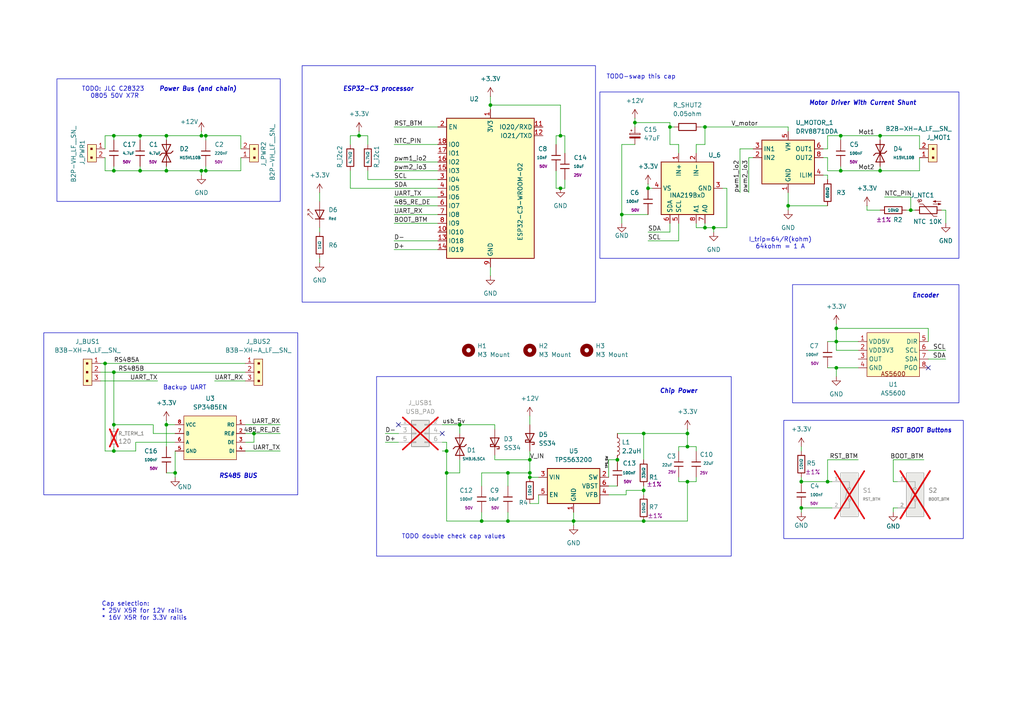
<source format=kicad_sch>
(kicad_sch (version 20250114) (generator "eeschema") (generator_version "9.0")
  (paper "A4")
  (rectangle (start 16.51 22.86) (end 81.28 58.42))
  (rectangle (start 229.87 82.55) (end 278.13 116.84))
  (rectangle (start 12.7 96.52) (end 86.36 143.51))
  (rectangle (start 227.33 121.92) (end 279.4 156.21))
  (rectangle (start 87.63 19.05) (end 172.72 87.63))
  (rectangle (start 109.22 109.22) (end 212.09 161.29))
  (rectangle (start 173.99 26.67) (end 278.13 74.93))
  (text "Power Bus (and chain)" (at 57.404 25.908 0) (effects (font (size 1.27 1.27) (thickness 0.254) (bold yes) (italic yes))))
  (text "RS485 BUS" (at 69.088 138.176 0) (effects (font (size 1.27 1.27) (thickness 0.254) (bold yes) (italic yes))))
  (text "TODO-swap this cap" (at 185.928 22.352 0) (effects (font (size 1.27 1.27))))
  (text "ESP32-C3 processor" (at 109.728 25.908 0) (effects (font (size 1.27 1.27) (thickness 0.254) (bold yes) (italic yes))))
  (text "Motor Driver With Current Shunt" (at 250.19 29.972 0) (effects (font (size 1.27 1.27) (thickness 0.254) (bold yes) (italic yes))))
  (text "TODO double check cap values" (at 131.572 155.702 0) (effects (font (size 1.27 1.27))))
  (text "TODO: JLC C28323 \n0805 50V X7R\n" (at 33.274 26.924 0) (effects (font (size 1.27 1.27))))
  (text "Backup UART" (at 53.594 112.522 0) (effects (font (size 1.27 1.27) (thickness 0.1588))))
  (text "Encoder" (at 268.478 85.852 0) (effects (font (size 1.27 1.27) (thickness 0.254) (bold yes) (italic yes))))
  (text "Chip Power" (at 196.85 113.538 0) (effects (font (size 1.27 1.27) (thickness 0.254) (bold yes) (italic yes))))
  (text "I_trip=64/R(kohm)\n64kohm = 1 A" (at 226.314 70.612 0) (effects (font (size 1.27 1.27))))
  (text "RST BOOT Buttons" (at 267.208 124.968 0) (effects (font (size 1.27 1.27) (thickness 0.254) (bold yes) (italic yes))))
  (text "Cap selection:\n* 25V X5R for 12V rails\n* 16V X5R for 3.3V railis" (at 29.464 177.292 0) (effects (font (size 1.27 1.27)) (justify left)))
  (junction (at 33.02 49.53))
  (junction (at 187.96 54.61))
  (junction (at 59.69 39.37))
  (junction (at 104.14 39.37))
  (junction (at 33.02 39.37))
  (junction (at 30.48 105.41))
  (junction (at 186.69 151.13))
  (junction (at 58.42 39.37))
  (junction (at 228.6 59.69))
  (junction (at 199.39 129.54))
  (junction (at 153.67 137.16))
  (junction (at 264.16 60.96))
  (junction (at 232.41 139.7))
  (junction (at 243.84 39.37))
  (junction (at 232.41 147.32))
  (junction (at 166.37 151.13))
  (junction (at 33.02 123.19))
  (junction (at 153.67 133.35))
  (junction (at 33.02 107.95))
  (junction (at 184.15 35.56))
  (junction (at 147.32 137.16))
  (junction (at 255.27 39.37))
  (junction (at 73.66 125.73))
  (junction (at 242.57 106.68))
  (junction (at 162.56 39.37))
  (junction (at 242.57 95.25))
  (junction (at 40.64 49.53))
  (junction (at 33.02 130.81))
  (junction (at 129.54 137.16))
  (junction (at 204.47 36.83))
  (junction (at 180.34 62.23))
  (junction (at 48.26 39.37))
  (junction (at 59.69 49.53))
  (junction (at 179.07 133.35))
  (junction (at 243.84 49.53))
  (junction (at 48.26 123.19))
  (junction (at 204.47 66.04))
  (junction (at 186.69 142.24))
  (junction (at 162.56 54.61))
  (junction (at 50.8 137.16))
  (junction (at 142.24 30.48))
  (junction (at 139.7 151.13))
  (junction (at 242.57 99.06))
  (junction (at 199.39 125.73))
  (junction (at 199.39 139.7))
  (junction (at 40.64 39.37))
  (junction (at 129.54 130.81))
  (junction (at 194.31 36.83))
  (junction (at 207.01 66.04))
  (junction (at 255.27 49.53))
  (junction (at 147.32 151.13))
  (junction (at 186.69 125.73))
  (junction (at 240.03 139.7))
  (junction (at 133.35 123.19))
  (junction (at 48.26 49.53))
  (junction (at 153.67 138.43))
  (junction (at 58.42 49.53))
  (no_connect (at 269.24 106.68))
  (no_connect (at 115.57 123.19))
  (no_connect (at 128.27 125.73))
  (wire (pts (xy 39.37 130.81) (xy 39.37 128.27)))
  (wire (pts (xy 129.54 130.81) (xy 128.27 130.81)))
  (wire (pts (xy 163.83 39.37) (xy 163.83 44.45)))
  (wire (pts (xy 59.69 49.53) (xy 58.42 49.53)))
  (wire (pts (xy 101.6 39.37) (xy 104.14 39.37)))
  (wire (pts (xy 194.31 35.56) (xy 194.31 36.83)))
  (wire (pts (xy 243.84 40.64) (xy 243.84 39.37)))
  (wire (pts (xy 69.85 45.72) (xy 69.85 49.53)))
  (wire (pts (xy 50.8 130.81) (xy 50.8 137.16)))
  (wire (pts (xy 129.54 137.16) (xy 133.35 137.16)))
  (wire (pts (xy 204.47 36.83) (xy 228.6 36.83)))
  (wire (pts (xy 73.66 125.73) (xy 73.66 128.27)))
  (wire (pts (xy 264.16 60.96) (xy 265.43 60.96)))
  (wire (pts (xy 44.45 125.73) (xy 44.45 123.19)))
  (wire (pts (xy 240.03 43.18) (xy 240.03 39.37)))
  (wire (pts (xy 240.03 45.72) (xy 240.03 49.53)))
  (wire (pts (xy 114.3 69.85) (xy 127 69.85)))
  (wire (pts (xy 181.61 143.51) (xy 176.53 143.51)))
  (wire (pts (xy 58.42 39.37) (xy 59.69 39.37)))
  (wire (pts (xy 48.26 49.53) (xy 58.42 49.53)))
  (wire (pts (xy 71.12 125.73) (xy 73.66 125.73)))
  (wire (pts (xy 186.69 142.24) (xy 186.69 143.51)))
  (wire (pts (xy 194.31 64.77) (xy 194.31 67.31)))
  (wire (pts (xy 33.02 130.81) (xy 39.37 130.81)))
  (wire (pts (xy 48.26 123.19) (xy 48.26 129.54)))
  (wire (pts (xy 242.57 101.6) (xy 242.57 99.06)))
  (wire (pts (xy 243.84 39.37) (xy 255.27 39.37)))
  (wire (pts (xy 81.28 123.19) (xy 71.12 123.19)))
  (wire (pts (xy 214.63 43.18) (xy 214.63 55.88)))
  (wire (pts (xy 33.02 48.26) (xy 33.02 49.53)))
  (wire (pts (xy 199.39 129.54) (xy 201.93 129.54)))
  (wire (pts (xy 161.29 39.37) (xy 162.56 39.37)))
  (wire (pts (xy 29.21 107.95) (xy 33.02 107.95)))
  (wire (pts (xy 240.03 50.8) (xy 240.03 52.07)))
  (wire (pts (xy 30.48 45.72) (xy 30.48 49.53)))
  (wire (pts (xy 166.37 151.13) (xy 186.69 151.13)))
  (wire (pts (xy 30.48 39.37) (xy 33.02 39.37)))
  (wire (pts (xy 260.35 147.32) (xy 259.08 147.32)))
  (wire (pts (xy 142.24 27.94) (xy 142.24 30.48)))
  (wire (pts (xy 133.35 137.16) (xy 133.35 133.35)))
  (wire (pts (xy 242.57 106.68) (xy 242.57 109.22)))
  (wire (pts (xy 204.47 36.83) (xy 204.47 41.91)))
  (wire (pts (xy 199.39 139.7) (xy 201.93 139.7)))
  (wire (pts (xy 232.41 147.32) (xy 232.41 148.59)))
  (wire (pts (xy 59.69 39.37) (xy 69.85 39.37)))
  (wire (pts (xy 180.34 62.23) (xy 180.34 64.77)))
  (wire (pts (xy 180.34 41.91) (xy 180.34 62.23)))
  (wire (pts (xy 187.96 53.34) (xy 187.96 54.61)))
  (wire (pts (xy 114.3 57.15) (xy 127 57.15)))
  (wire (pts (xy 101.6 54.61) (xy 127 54.61)))
  (wire (pts (xy 40.64 39.37) (xy 40.64 40.64)))
  (wire (pts (xy 48.26 49.53) (xy 48.26 48.26)))
  (wire (pts (xy 161.29 54.61) (xy 161.29 49.53)))
  (wire (pts (xy 48.26 39.37) (xy 48.26 40.64)))
  (wire (pts (xy 156.21 146.05) (xy 153.67 146.05)))
  (wire (pts (xy 142.24 77.47) (xy 142.24 80.01)))
  (wire (pts (xy 147.32 137.16) (xy 153.67 137.16)))
  (wire (pts (xy 92.71 74.93) (xy 92.71 76.2)))
  (wire (pts (xy 194.31 41.91) (xy 196.85 41.91)))
  (wire (pts (xy 228.6 59.69) (xy 240.03 59.69)))
  (wire (pts (xy 33.02 123.19) (xy 33.02 124.46)))
  (wire (pts (xy 92.71 66.04) (xy 92.71 67.31)))
  (wire (pts (xy 153.67 137.16) (xy 153.67 138.43)))
  (wire (pts (xy 228.6 36.83) (xy 228.6 38.1)))
  (wire (pts (xy 104.14 38.1) (xy 104.14 39.37)))
  (wire (pts (xy 240.03 106.68) (xy 242.57 106.68)))
  (wire (pts (xy 30.48 49.53) (xy 33.02 49.53)))
  (wire (pts (xy 143.51 133.35) (xy 153.67 133.35)))
  (wire (pts (xy 240.03 139.7) (xy 240.03 133.35)))
  (wire (pts (xy 29.21 105.41) (xy 30.48 105.41)))
  (wire (pts (xy 209.55 54.61) (xy 210.82 54.61)))
  (wire (pts (xy 39.37 128.27) (xy 50.8 128.27)))
  (wire (pts (xy 92.71 55.88) (xy 92.71 58.42)))
  (wire (pts (xy 255.27 48.26) (xy 255.27 49.53)))
  (wire (pts (xy 232.41 139.7) (xy 240.03 139.7)))
  (wire (pts (xy 133.35 123.19) (xy 133.35 125.73)))
  (wire (pts (xy 114.3 62.23) (xy 127 62.23)))
  (wire (pts (xy 106.68 52.07) (xy 127 52.07)))
  (wire (pts (xy 232.41 147.32) (xy 241.3 147.32)))
  (wire (pts (xy 194.31 36.83) (xy 195.58 36.83)))
  (wire (pts (xy 163.83 54.61) (xy 162.56 54.61)))
  (wire (pts (xy 217.17 55.88) (xy 217.17 45.72)))
  (wire (pts (xy 184.15 35.56) (xy 194.31 35.56)))
  (wire (pts (xy 30.48 39.37) (xy 30.48 43.18)))
  (wire (pts (xy 187.96 54.61) (xy 189.23 54.61)))
  (wire (pts (xy 201.93 66.04) (xy 204.47 66.04)))
  (wire (pts (xy 58.42 38.1) (xy 58.42 39.37)))
  (wire (pts (xy 59.69 48.26) (xy 59.69 49.53)))
  (wire (pts (xy 196.85 138.43) (xy 196.85 139.7)))
  (wire (pts (xy 199.39 139.7) (xy 199.39 151.13)))
  (wire (pts (xy 143.51 123.19) (xy 143.51 124.46)))
  (wire (pts (xy 269.24 99.06) (xy 269.24 95.25)))
  (wire (pts (xy 156.21 143.51) (xy 156.21 146.05)))
  (wire (pts (xy 30.48 105.41) (xy 71.12 105.41)))
  (wire (pts (xy 139.7 137.16) (xy 147.32 137.16)))
  (wire (pts (xy 129.54 130.81) (xy 129.54 128.27)))
  (wire (pts (xy 184.15 34.29) (xy 184.15 35.56)))
  (wire (pts (xy 256.54 57.15) (xy 264.16 57.15)))
  (wire (pts (xy 259.08 139.7) (xy 260.35 139.7)))
  (wire (pts (xy 129.54 130.81) (xy 129.54 137.16)))
  (wire (pts (xy 106.68 49.53) (xy 106.68 52.07)))
  (wire (pts (xy 114.3 72.39) (xy 127 72.39)))
  (wire (pts (xy 147.32 151.13) (xy 166.37 151.13)))
  (wire (pts (xy 251.46 59.69) (xy 251.46 60.96)))
  (wire (pts (xy 274.32 60.96) (xy 273.05 60.96)))
  (wire (pts (xy 161.29 41.91) (xy 161.29 39.37)))
  (wire (pts (xy 30.48 105.41) (xy 30.48 130.81)))
  (wire (pts (xy 262.89 60.96) (xy 264.16 60.96)))
  (wire (pts (xy 153.67 133.35) (xy 153.67 137.16)))
  (wire (pts (xy 243.84 49.53) (xy 255.27 49.53)))
  (wire (pts (xy 73.66 128.27) (xy 71.12 128.27)))
  (wire (pts (xy 264.16 60.96) (xy 264.16 57.15)))
  (wire (pts (xy 228.6 59.69) (xy 228.6 60.96)))
  (wire (pts (xy 139.7 148.59) (xy 139.7 151.13)))
  (wire (pts (xy 217.17 45.72) (xy 218.44 45.72)))
  (wire (pts (xy 187.96 67.31) (xy 194.31 67.31)))
  (wire (pts (xy 266.7 39.37) (xy 266.7 43.18)))
  (wire (pts (xy 196.85 129.54) (xy 196.85 130.81)))
  (wire (pts (xy 48.26 137.16) (xy 50.8 137.16)))
  (wire (pts (xy 248.92 101.6) (xy 242.57 101.6)))
  (wire (pts (xy 196.85 139.7) (xy 199.39 139.7)))
  (wire (pts (xy 48.26 121.92) (xy 48.26 123.19)))
  (wire (pts (xy 139.7 151.13) (xy 147.32 151.13)))
  (wire (pts (xy 111.76 128.27) (xy 115.57 128.27)))
  (wire (pts (xy 176.53 140.97) (xy 179.07 140.97)))
  (wire (pts (xy 153.67 120.65) (xy 153.67 123.19)))
  (wire (pts (xy 240.03 49.53) (xy 243.84 49.53)))
  (wire (pts (xy 176.53 133.35) (xy 176.53 138.43)))
  (wire (pts (xy 147.32 137.16) (xy 147.32 140.97)))
  (wire (pts (xy 194.31 36.83) (xy 194.31 41.91)))
  (wire (pts (xy 196.85 69.85) (xy 196.85 64.77)))
  (wire (pts (xy 114.3 36.83) (xy 127 36.83)))
  (wire (pts (xy 201.93 64.77) (xy 201.93 66.04)))
  (wire (pts (xy 48.26 123.19) (xy 50.8 123.19)))
  (wire (pts (xy 33.02 49.53) (xy 40.64 49.53)))
  (wire (pts (xy 269.24 101.6) (xy 274.32 101.6)))
  (wire (pts (xy 40.64 48.26) (xy 40.64 49.53)))
  (wire (pts (xy 242.57 99.06) (xy 240.03 99.06)))
  (wire (pts (xy 162.56 39.37) (xy 163.83 39.37)))
  (wire (pts (xy 199.39 124.46) (xy 199.39 125.73)))
  (wire (pts (xy 242.57 106.68) (xy 248.92 106.68)))
  (wire (pts (xy 251.46 60.96) (xy 255.27 60.96)))
  (wire (pts (xy 59.69 39.37) (xy 59.69 40.64)))
  (wire (pts (xy 240.03 133.35) (xy 248.92 133.35)))
  (wire (pts (xy 44.45 123.19) (xy 33.02 123.19)))
  (wire (pts (xy 199.39 125.73) (xy 199.39 129.54)))
  (wire (pts (xy 232.41 129.54) (xy 232.41 130.81)))
  (wire (pts (xy 274.32 60.96) (xy 274.32 64.77)))
  (wire (pts (xy 259.08 139.7) (xy 259.08 133.35)))
  (wire (pts (xy 204.47 64.77) (xy 204.47 66.04)))
  (wire (pts (xy 238.76 43.18) (xy 240.03 43.18)))
  (wire (pts (xy 228.6 55.88) (xy 228.6 59.69)))
  (wire (pts (xy 143.51 133.35) (xy 143.51 132.08)))
  (wire (pts (xy 180.34 41.91) (xy 184.15 41.91)))
  (wire (pts (xy 147.32 148.59) (xy 147.32 151.13)))
  (wire (pts (xy 153.67 138.43) (xy 156.21 138.43)))
  (wire (pts (xy 187.96 69.85) (xy 196.85 69.85)))
  (wire (pts (xy 69.85 39.37) (xy 69.85 43.18)))
  (wire (pts (xy 114.3 64.77) (xy 127 64.77)))
  (wire (pts (xy 210.82 54.61) (xy 210.82 66.04)))
  (wire (pts (xy 81.28 130.81) (xy 71.12 130.81)))
  (wire (pts (xy 114.3 46.99) (xy 127 46.99)))
  (wire (pts (xy 243.84 48.26) (xy 243.84 49.53)))
  (wire (pts (xy 133.35 123.19) (xy 143.51 123.19)))
  (wire (pts (xy 139.7 137.16) (xy 139.7 140.97)))
  (wire (pts (xy 129.54 128.27) (xy 128.27 128.27)))
  (wire (pts (xy 186.69 125.73) (xy 186.69 133.35)))
  (wire (pts (xy 240.03 50.8) (xy 238.76 50.8)))
  (wire (pts (xy 162.56 54.61) (xy 161.29 54.61)))
  (wire (pts (xy 129.54 151.13) (xy 139.7 151.13)))
  (wire (pts (xy 153.67 133.35) (xy 153.67 130.81)))
  (wire (pts (xy 181.61 142.24) (xy 181.61 143.51)))
  (wire (pts (xy 40.64 39.37) (xy 48.26 39.37)))
  (wire (pts (xy 166.37 152.4) (xy 166.37 151.13)))
  (wire (pts (xy 30.48 130.81) (xy 33.02 130.81)))
  (wire (pts (xy 81.28 125.73) (xy 73.66 125.73)))
  (wire (pts (xy 142.24 30.48) (xy 162.56 30.48)))
  (wire (pts (xy 259.08 147.32) (xy 259.08 148.59)))
  (wire (pts (xy 29.21 110.49) (xy 45.72 110.49)))
  (wire (pts (xy 186.69 140.97) (xy 186.69 142.24)))
  (wire (pts (xy 111.76 125.73) (xy 115.57 125.73)))
  (wire (pts (xy 184.15 36.83) (xy 184.15 35.56)))
  (wire (pts (xy 129.54 137.16) (xy 129.54 151.13)))
  (wire (pts (xy 201.93 129.54) (xy 201.93 130.81)))
  (wire (pts (xy 50.8 137.16) (xy 50.8 138.43)))
  (wire (pts (xy 242.57 99.06) (xy 248.92 99.06)))
  (wire (pts (xy 128.27 123.19) (xy 133.35 123.19)))
  (wire (pts (xy 242.57 95.25) (xy 242.57 99.06)))
  (wire (pts (xy 33.02 107.95) (xy 33.02 123.19)))
  (wire (pts (xy 33.02 39.37) (xy 33.02 40.64)))
  (wire (pts (xy 214.63 43.18) (xy 218.44 43.18)))
  (wire (pts (xy 106.68 41.91) (xy 106.68 39.37)))
  (wire (pts (xy 166.37 148.59) (xy 166.37 151.13)))
  (wire (pts (xy 40.64 49.53) (xy 48.26 49.53)))
  (wire (pts (xy 33.02 107.95) (xy 71.12 107.95)))
  (wire (pts (xy 114.3 41.91) (xy 127 41.91)))
  (wire (pts (xy 187.96 62.23) (xy 180.34 62.23)))
  (wire (pts (xy 101.6 39.37) (xy 101.6 41.91)))
  (wire (pts (xy 259.08 133.35) (xy 267.97 133.35)))
  (wire (pts (xy 196.85 129.54) (xy 199.39 129.54)))
  (wire (pts (xy 114.3 49.53) (xy 127 49.53)))
  (wire (pts (xy 255.27 39.37) (xy 266.7 39.37)))
  (wire (pts (xy 33.02 39.37) (xy 40.64 39.37)))
  (wire (pts (xy 207.01 66.04) (xy 210.82 66.04)))
  (wire (pts (xy 163.83 52.07) (xy 163.83 54.61)))
  (wire (pts (xy 269.24 104.14) (xy 274.32 104.14)))
  (wire (pts (xy 101.6 49.53) (xy 101.6 54.61)))
  (wire (pts (xy 204.47 41.91) (xy 201.93 41.91)))
  (wire (pts (xy 232.41 138.43) (xy 232.41 139.7)))
  (wire (pts (xy 269.24 95.25) (xy 242.57 95.25)))
  (wire (pts (xy 62.23 110.49) (xy 71.12 110.49)))
  (wire (pts (xy 203.2 36.83) (xy 204.47 36.83)))
  (wire (pts (xy 142.24 30.48) (xy 142.24 31.75)))
  (wire (pts (xy 204.47 66.04) (xy 207.01 66.04)))
  (wire (pts (xy 186.69 151.13) (xy 199.39 151.13)))
  (wire (pts (xy 48.26 39.37) (xy 58.42 39.37)))
  (wire (pts (xy 240.03 139.7) (xy 241.3 139.7)))
  (wire (pts (xy 179.07 125.73) (xy 186.69 125.73)))
  (wire (pts (xy 207.01 66.04) (xy 207.01 67.31)))
  (wire (pts (xy 162.56 39.37) (xy 162.56 30.48)))
  (wire (pts (xy 69.85 49.53) (xy 59.69 49.53)))
  (wire (pts (xy 104.14 39.37) (xy 106.68 39.37)))
  (wire (pts (xy 240.03 39.37) (xy 243.84 39.37)))
  (wire (pts (xy 181.61 142.24) (xy 186.69 142.24)))
  (wire (pts (xy 196.85 41.91) (xy 196.85 44.45)))
  (wire (pts (xy 238.76 45.72) (xy 240.03 45.72)))
  (wire (pts (xy 58.42 49.53) (xy 58.42 50.8)))
  (wire (pts (xy 242.57 93.98) (xy 242.57 95.25)))
  (wire (pts (xy 186.69 125.73) (xy 199.39 125.73)))
  (wire (pts (xy 255.27 39.37) (xy 255.27 40.64)))
  (wire (pts (xy 44.45 125.73) (xy 50.8 125.73)))
  (wire (pts (xy 266.7 49.53) (xy 266.7 45.72)))
  (wire (pts (xy 201.93 41.91) (xy 201.93 44.45)))
  (wire (pts (xy 33.02 129.54) (xy 33.02 130.81)))
  (wire (pts (xy 255.27 49.53) (xy 266.7 49.53)))
  (wire (pts (xy 201.93 138.43) (xy 201.93 139.7)))
  (wire (pts (xy 114.3 59.69) (xy 127 59.69)))
  (wire (pts (xy 176.53 133.35) (xy 179.07 133.35)))
  (label "usb_5v" (at 128.27 123.19 0))
  (label "pwm1_io2" (at 214.63 55.88 90))
  (label "BOOT_BTM" (at 267.97 133.35 180))
  (label "SCL" (at 187.96 69.85 0))
  (label "V_motor" (at 212.09 36.83 0))
  (label "UART_RX" (at 114.3 62.23 0))
  (label "pwm2_io3" (at 114.3 49.53 0))
  (label "SDA" (at 114.3 54.61 0))
  (label "RS485B" (at 34.29 107.95 0))
  (label "TPS_SW" (at 176.53 135.89 90) (effects (font (size 0.635 0.635))))
  (label "D+" (at 111.76 128.27 0))
  (label "SDA" (at 187.96 67.31 0))
  (label "Mot2" (at 248.92 49.53 0))
  (label "SCL" (at 274.32 101.6 180))
  (label "D+" (at 114.3 72.39 0))
  (label "D-" (at 111.76 125.73 0))
  (label "BOOT_BTM" (at 114.3 64.77 0))
  (label "UART_RX" (at 81.28 123.19 180))
  (label "SCL" (at 114.3 52.07 0))
  (label "485_RE_DE" (at 81.28 125.73 180))
  (label "pwm2_io3" (at 217.17 55.88 90))
  (label "pwm1_io2" (at 114.3 46.99 0))
  (label "Mot1" (at 248.92 39.37 0))
  (label "SDA" (at 274.32 104.14 180))
  (label "D-" (at 114.3 69.85 0))
  (label "RST_BTM" (at 114.3 36.83 0))
  (label "V_IN" (at 153.67 133.35 0))
  (label "UART_RX" (at 62.23 110.49 0))
  (label "UART_TX" (at 45.72 110.49 180))
  (label "NTC_PIN" (at 114.3 41.91 0))
  (label "RS485A" (at 33.02 105.41 0))
  (label "485_RE_DE" (at 114.3 59.69 0))
  (label "RST_BTM" (at 248.92 133.35 180))
  (label "NTC_PIN" (at 256.54 57.15 0))
  (label "UART_TX" (at 81.28 130.81 180))
  (label "UART_TX" (at 114.3 57.15 0))
  (symbol (lib_id "power:+12V") (at 58.42 38.1 0) (mirror y) (unit 1)
    (property "Reference" "#PWR06" (effects (hide yes)))
    (property "Value" "+12V" (at 54.864 35.306 0))
    (property "Description" "Power symbol creates a global label with name \"+12V\"" (effects (hide yes)))
  )
  (symbol (lib_id "PCM_JLCPCB-Diodes:LED,0603,Red") (at 92.71 62.23 0) (unit 1)
    (property "Reference" "D6" (at 95.25 60.8646 0) (effects (justify left)))
    (property "Value" "Red" (at 95.25 63.4047 0) (effects (font (size 0.8 0.8)) (justify left)))
    (property "Footprint" "PCM_JLCPCB:D_0603" (effects (hide yes)))
    (property "Datasheet" "https://www.lcsc.com/datasheet/lcsc_datasheet_1810231112_Hubei-KENTO-Elec-KT-0603R_C2286.pdf" (effects (hide yes)))
    (property "Description" "-40°C~+85°C Red 0603 LED Indication - Discrete ROHS" (effects (hide yes)))
    (property "LCSC" "C2286" (effects (hide yes)))
    (property "Stock" "5373336" (effects (hide yes)))
    (property "Price" "0.009USD" (effects (hide yes)))
    (property "Process" "SMT" (effects (hide yes)))
    (property "Minimum Qty" "20" (effects (hide yes)))
    (property "Attrition Qty" "10" (effects (hide yes)))
    (property "Class" "Basic Component" (effects (hide yes)))
    (property "Category" "Optocouplers & LEDs & Infrared,Light Emitting Diodes (LED)" (effects (hide yes)))
    (property "Manufacturer" "Hubei KENTO Elec" (effects (hide yes)))
    (property "Part" "KT-0603R" (effects (hide yes)))
  )
  (symbol (lib_id "PCM_JLCPCB-Diodes:Schottky,SS34") (at 153.67 127 0) (unit 1)
    (property "Reference" "D5" (at 156.21 126.0474 0) (effects (justify left)))
    (property "Value" "SS34" (at 156.21 128.5874 0) (effects (justify left)))
    (property "Footprint" "PCM_JLCPCB:D_SMA" (effects (hide yes)))
    (property "Datasheet" "https://www.lcsc.com/datasheet/lcsc_datasheet_2407101107_MDD-Microdiode-Semiconductor-SS34_C8678.pdf" (effects (hide yes)))
    (property "Description" "40V Independent Type 3A 550mV@3A SMA(DO-214AC) Schottky Diodes ROHS" (effects (hide yes)))
    (property "LCSC" "C8678" (effects (hide yes)))
    (property "Stock" "1971586" (effects (hide yes)))
    (property "Price" "0.030USD" (effects (hide yes)))
    (property "Process" "SMT" (effects (hide yes)))
    (property "Minimum Qty" "5" (effects (hide yes)))
    (property "Attrition Qty" "8" (effects (hide yes)))
    (property "Class" "Basic Component" (effects (hide yes)))
    (property "Category" "Diodes,Schottky Barrier Diodes (SBD)" (effects (hide yes)))
    (property "Manufacturer" "MDD（Microdiode Electronics）" (effects (hide yes)))
    (property "Part" "SS34" (effects (hide yes)))
    (property "Rectified Current" "3A" (effects (hide yes)))
    (property "Forward Voltage (Vf@If)" "550mV@3A" (effects (hide yes)))
    (property "Reverse Voltage (Vr)" "40V" (effects (hide yes)))
    (property "Diode Configuration" "Independent Type" (effects (hide yes)))
    (property "Reverse Leakage Current (Ir)" "500uA@40V" (effects (hide yes)))
  )
  (symbol (lib_id "PCM_JLCPCB-Resistors:0402,4.7kΩ") (at 106.68 45.72 0) (unit 1)
    (property "Reference" "R_i2c1" (at 109.22 48.768 90) (effects (justify left)))
    (property "Value" "4.7kΩ" (at 106.68 45.72 90) (effects (font (size 0.8 0.8))))
    (property "Footprint" "PCM_JLCPCB:R_0402" (effects (hide yes)))
    (property "Datasheet" "https://www.lcsc.com/datasheet/lcsc_datasheet_2206010045_UNI-ROYAL-Uniroyal-Elec-0402WGF4701TCE_C25900.pdf" (effects (hide yes)))
    (property "Description" "62.5mW Thick Film Resistors 50V ±100ppm/°C ±1% 4.7kΩ 0402 Chip Resistor - Surface Mount ROHS" (effects (hide yes)))
    (property "LCSC" "C25900" (effects (hide yes)))
    (property "Stock" "7644059" (effects (hide yes)))
    (property "Price" "0.004USD" (effects (hide yes)))
    (property "Process" "SMT" (effects (hide yes)))
    (property "Minimum Qty" "20" (effects (hide yes)))
    (property "Attrition Qty" "10" (effects (hide yes)))
    (property "Class" "Basic Component" (effects (hide yes)))
    (property "Category" "Resistors,Chip Resistor - Surface Mount" (effects (hide yes)))
    (property "Manufacturer" "UNI-ROYAL(Uniroyal Elec)" (effects (hide yes)))
    (property "Part" "0402WGF4701TCE" (effects (hide yes)))
    (property "Resistance" "4.7kΩ" (effects (hide yes)))
    (property "Power(Watts)" "62.5mW" (effects (hide yes)))
    (property "Type" "Thick Film Resistors" (effects (hide yes)))
    (property "Overload Voltage (Max)" "50V" (effects (hide yes)))
    (property "Operating Temperature Range" "-55°C~+155°C" (effects (hide yes)))
    (property "Tolerance" "±1%" (effects (hide yes)))
    (property "Temperature Coefficient" "±100ppm/°C" (effects (hide yes)))
  )
  (symbol (lib_id "power:GND") (at 142.24 80.01 0) (unit 1)
    (property "Reference" "#PWR04" (effects (hide yes)))
    (property "Value" "GND" (at 142.24 85.09 0))
    (property "Description" "Power symbol creates a global label with name \"GND\" , ground" (effects (hide yes)))
  )
  (symbol (lib_id "PCM_JLCPCB-Capacitors:1206,22uF,(2)") (at 196.85 134.62 0) (mirror y) (unit 1)
    (property "Reference" "C3" (at 196.088 132.334 0) (effects (justify left)))
    (property "Value" "22uF" (at 195.072 134.874 0) (effects (font (size 0.8 0.8)) (justify left)))
    (property "Footprint" "PCM_JLCPCB:C_1206" (effects (hide yes)))
    (property "Datasheet" "https://www.lcsc.com/datasheet/lcsc_datasheet_2304140030_Samsung-Electro-Mechanics-CL31A226KAHNNNE_C12891.pdf" (effects (hide yes)))
    (property "Description" "25V 22uF X5R ±10% 1206 Multilayer Ceramic Capacitors MLCC - SMD/SMT ROHS" (effects (hide yes)))
    (property "LCSC" "C12891" (effects (hide yes)))
    (property "Stock" "2183567" (effects (hide yes)))
    (property "Price" "0.046USD" (effects (hide yes)))
    (property "Process" "SMT" (effects (hide yes)))
    (property "Minimum Qty" "5" (effects (hide yes)))
    (property "Attrition Qty" "4" (effects (hide yes)))
    (property "Class" "Basic Component" (effects (hide yes)))
    (property "Category" "Capacitors,Multilayer Ceramic Capacitors MLCC - SMD/SMT" (effects (hide yes)))
    (property "Manufacturer" "Samsung Electro-Mechanics" (effects (hide yes)))
    (property "Part" "CL31A226KAHNNNE" (effects (hide yes)))
    (property "Voltage Rated" "25V" (at 196.088 136.906 0) (effects (font (size 0.8 0.8)) (justify left)))
    (property "Tolerance" "±10%" (effects (hide yes)))
    (property "Capacitance" "22uF" (effects (hide yes)))
    (property "Temperature Coefficient" "X5R" (effects (hide yes)))
  )
  (symbol (lib_id "PCM_JLCPCB-Capacitors:0603,100nF") (at 240.03 102.87 0) (mirror y) (unit 1)
    (property "Reference" "C7" (at 237.49 100.3299 0) (effects (justify left)))
    (property "Value" "100nF" (at 237.49 102.87 0) (effects (font (size 0.8 0.8)) (justify left)))
    (property "Footprint" "PCM_JLCPCB:C_0603" (effects (hide yes)))
    (property "Datasheet" "https://www.lcsc.com/datasheet/lcsc_datasheet_2211101700_YAGEO-CC0603KRX7R9BB104_C14663.pdf" (effects (hide yes)))
    (property "Description" "50V 100nF X7R ±10% 0603 Multilayer Ceramic Capacitors MLCC - SMD/SMT ROHS" (effects (hide yes)))
    (property "LCSC" "C14663" (effects (hide yes)))
    (property "Stock" "70324515" (effects (hide yes)))
    (property "Price" "0.006USD" (effects (hide yes)))
    (property "Process" "SMT" (effects (hide yes)))
    (property "Minimum Qty" "20" (effects (hide yes)))
    (property "Attrition Qty" "10" (effects (hide yes)))
    (property "Class" "Basic Component" (effects (hide yes)))
    (property "Category" "Capacitors,Multilayer Ceramic Capacitors MLCC - SMD/SMT" (effects (hide yes)))
    (property "Manufacturer" "YAGEO" (effects (hide yes)))
    (property "Part" "CC0603KRX7R9BB104" (effects (hide yes)))
    (property "Voltage Rated" "50V" (at 237.49 105.41 0) (effects (font (size 0.8 0.8)) (justify left)))
    (property "Tolerance" "±10%" (effects (hide yes)))
    (property "Capacitance" "100nF" (effects (hide yes)))
    (property "Temperature Coefficient" "X7R" (effects (hide yes)))
  )
  (symbol (lib_id "PCM_JLCPCB-Capacitors:0603,100nF") (at 48.26 133.35 0) (mirror y) (unit 1)
    (property "Reference" "C16" (at 45.72 130.8099 0) (effects (justify left)))
    (property "Value" "100nF" (at 45.72 133.35 0) (effects (font (size 0.8 0.8)) (justify left)))
    (property "Footprint" "PCM_JLCPCB:C_0603" (effects (hide yes)))
    (property "Datasheet" "https://www.lcsc.com/datasheet/lcsc_datasheet_2211101700_YAGEO-CC0603KRX7R9BB104_C14663.pdf" (effects (hide yes)))
    (property "Description" "50V 100nF X7R ±10% 0603 Multilayer Ceramic Capacitors MLCC - SMD/SMT ROHS" (effects (hide yes)))
    (property "LCSC" "C14663" (effects (hide yes)))
    (property "Stock" "70324515" (effects (hide yes)))
    (property "Price" "0.006USD" (effects (hide yes)))
    (property "Process" "SMT" (effects (hide yes)))
    (property "Minimum Qty" "20" (effects (hide yes)))
    (property "Attrition Qty" "10" (effects (hide yes)))
    (property "Class" "Basic Component" (effects (hide yes)))
    (property "Category" "Capacitors,Multilayer Ceramic Capacitors MLCC - SMD/SMT" (effects (hide yes)))
    (property "Manufacturer" "YAGEO" (effects (hide yes)))
    (property "Part" "CC0603KRX7R9BB104" (effects (hide yes)))
    (property "Voltage Rated" "50V" (at 45.72 135.89 0) (effects (font (size 0.8 0.8)) (justify left)))
    (property "Tolerance" "±10%" (effects (hide yes)))
    (property "Capacitance" "100nF" (effects (hide yes)))
    (property "Temperature Coefficient" "X7R" (effects (hide yes)))
  )
  (symbol (lib_id "power:GND") (at 242.57 109.22 0) (unit 1)
    (property "Reference" "#PWR017" (effects (hide yes)))
    (property "Value" "GND" (at 242.57 114.3 0))
    (property "Description" "Power symbol creates a global label with name \"GND\" , ground" (effects (hide yes)))
  )
  (symbol (lib_id "Device:Thermistor_NTC") (at 269.24 60.96 90) (mirror x) (unit 1)
    (property "Reference" "J_NTC1" (at 271.018 56.642 90) (effects (justify left)))
    (property "Value" "NTC 10K" (at 273.304 64.262 90) (effects (justify left)))
    (property "Footprint" "Connector_JST:JST_XH_S2B-XH-A_1x02_P2.50mm_Horizontal" (effects (hide yes)))
    (property "Description" "Temperature dependent resistor, negative temperature coefficient" (effects (hide yes)))
  )
  (symbol (lib_id "PCM_JLCPCB-Interface:Transceiver, RS485/422, 10Mbps, SP3485EN-L/TR") (at 60.96 128.27 0) (mirror y) (unit 1)
    (property "Reference" "U3" (at 60.96 115.57 0))
    (property "Value" "SP3485EN" (at 60.96 118.11 0))
    (property "Footprint" "PCM_JLCPCB:SOIC-8_L5.0-W4.0-P1.27-LS6.0-BL" (effects (hide yes)))
    (property "Datasheet" "https://www.lcsc.com/datasheet/lcsc_datasheet_2304140030_MaxLinear-SP3485EN-L-TR_C8963.pdf" (effects (hide yes)))
    (property "Description" "Transceiver 10Mbps 1/1 SOIC-8 RS-485 / RS-422 ICs ROHS" (effects (hide yes)))
    (property "LCSC" "C8963" (effects (hide yes)))
    (property "Stock" "172212" (effects (hide yes)))
    (property "Price" "0.204USD" (effects (hide yes)))
    (property "Process" "SMT" (effects (hide yes)))
    (property "Minimum Qty" "1" (effects (hide yes)))
    (property "Attrition Qty" "0" (effects (hide yes)))
    (property "Class" "Basic Component" (effects (hide yes)))
    (property "Category" "Interface ICs,RS-485/RS-422 ICs" (effects (hide yes)))
    (property "Manufacturer" "MaxLinear" (effects (hide yes)))
    (property "Part" "SP3485EN-L/TR" (effects (hide yes)))
    (property "Supply Voltage" "3.3V" (effects (hide yes)))
    (property "Data Rate" "10Mbps" (effects (hide yes)))
    (property "Driver/Receiver" "1/1" (effects (hide yes)))
    (property "Operating Temperature" "-40°C~+85°C" (effects (hide yes)))
    (property "Types" "transceiver" (effects (hide yes)))
  )
  (symbol (lib_id "PCM_JLCPCB-Capacitors:1206,100nF") (at 243.84 44.45 0) (unit 1)
    (property "Reference" "C5" (at 246.38 41.9099 0) (effects (justify left)))
    (property "Value" "100nF" (at 246.38 44.45 0) (effects (font (size 0.8 0.8)) (justify left)))
    (property "Footprint" "PCM_JLCPCB:C_1206" (effects (hide yes)))
    (property "Datasheet" "https://www.lcsc.com/datasheet/lcsc_datasheet_2304140030_Samsung-Electro-Mechanics-CL31B104KBCNNNC_C24497.pdf" (effects (hide yes)))
    (property "Description" "50V 100nF X7R ±10% 1206 Multilayer Ceramic Capacitors MLCC - SMD/SMT ROHS" (effects (hide yes)))
    (property "LCSC" "C24497" (effects (hide yes)))
    (property "Stock" "831517" (effects (hide yes)))
    (property "Price" "0.016USD" (effects (hide yes)))
    (property "Process" "SMT" (effects (hide yes)))
    (property "Minimum Qty" "15" (effects (hide yes)))
    (property "Attrition Qty" "8" (effects (hide yes)))
    (property "Class" "Basic Component" (effects (hide yes)))
    (property "Category" "Capacitors,Multilayer Ceramic Capacitors MLCC - SMD/SMT" (effects (hide yes)))
    (property "Manufacturer" "Samsung Electro-Mechanics" (effects (hide yes)))
    (property "Part" "CL31B104KBCNNNC" (effects (hide yes)))
    (property "Voltage Rated" "50V" (at 246.38 46.99 0) (effects (font (size 0.8 0.8)) (justify left)))
    (property "Tolerance" "±10%" (effects (hide yes)))
    (property "Capacitance" "100nF" (effects (hide yes)))
    (property "Temperature Coefficient" "X7R" (effects (hide yes)))
  )
  (symbol (lib_id "Device:R") (at 199.39 36.83 270) (mirror x) (unit 1)
    (property "Reference" "R_SHUT2" (at 199.39 30.48 90))
    (property "Value" "0.05ohm" (at 199.39 33.02 90))
    (property "Footprint" "digikey-footprints:1206" (effects (hide yes)))
    (property "Description" "Resistor" (effects (hide yes)))
    (property "JLC" "C7467249" (effects (hide yes)))
    (property "URL" "https://jlcpcb.com/partdetail/FOJAN-FRM121WFR050TM/C7467249" (effects (hide yes)))
  )
  (symbol (lib_id "power:+3.3V") (at 232.41 129.54 0) (unit 1)
    (property "Reference" "#PWR013" (effects (hide yes)))
    (property "Value" "+3.3V" (at 232.41 124.46 0))
    (property "Description" "Power symbol creates a global label with name \"+3.3V\"" (effects (hide yes)))
  )
  (symbol (lib_id "power:+12V") (at 153.67 120.65 0) (unit 1)
    (property "Reference" "#PWR07" (effects (hide yes)))
    (property "Value" "+12V" (at 153.67 115.57 0))
    (property "Description" "Power symbol creates a global label with name \"+12V\"" (effects (hide yes)))
  )
  (symbol (lib_id "Driver_Motor:DRV8871DDA") (at 228.6 45.72 0) (unit 1)
    (property "Reference" "U_MOTOR_1" (at 230.7433 35.56 0) (effects (justify left)))
    (property "Value" "DRV8871DDA" (at 230.7433 38.1 0) (effects (justify left)))
    (property "Footprint" "Package_SO:Texas_HTSOP-8-1EP_3.9x4.9mm_P1.27mm_EP2.95x4.9mm_Mask2.4x3.1mm_ThermalVias" (effects (hide yes)))
    (property "Datasheet" "http://www.ti.com/lit/ds/symlink/drv8871.pdf" (effects (hide yes)))
    (property "Description" "Brushed DC Motor Driver, PWM Control, 45V, 3.6A, Current limiting, HTSOP-8" (effects (hide yes)))
  )
  (symbol (lib_id "dk_Rectangular-Connectors-Headers-Male-Pins:B3B-XH-A_LF__SN_") (at 26.67 105.41 270) (unit 1)
    (property "Reference" "J_BUS1" (at 25.4 99.06 90))
    (property "Value" "B3B-XH-A_LF__SN_" (at 25.4 101.6 90))
    (property "Footprint" "Connector_JST:JST_XH_S3B-XH-A_1x03_P2.50mm_Horizontal" (effects (hide yes)))
    (property "Datasheet" "http://www.jst-mfg.com/product/pdf/eng/eXH.pdf" (effects (hide yes)))
    (property "Description" "CONN HEADER VERT 3POS 2.5MM" (effects (hide yes)))
    (property "Digi-Key_PN" "455-2248-ND" (effects (hide yes)))
    (property "MPN" "B3B-XH-A(LF)(SN)" (effects (hide yes)))
    (property "Category" "Connectors, Interconnects" (effects (hide yes)))
    (property "Family" "Rectangular Connectors - Headers, Male Pins" (effects (hide yes)))
    (property "DK_Datasheet_Link" "http://www.jst-mfg.com/product/pdf/eng/eXH.pdf" (effects (hide yes)))
    (property "DK_Detail_Page" "/product-detail/en/jst-sales-america-inc/B3B-XH-A(LF)(SN)/455-2248-ND/1651046" (effects (hide yes)))
    (property "Description_1" "CONN HEADER VERT 3POS 2.5MM" (effects (hide yes)))
    (property "Manufacturer" "JST Sales America Inc." (effects (hide yes)))
    (property "Status" "Active" (effects (hide yes)))
  )
  (symbol (lib_id "PCM_JLCPCB-Capacitors:0603,100nF") (at 139.7 144.78 0) (mirror y) (unit 1)
    (property "Reference" "C12" (at 137.16 142.2399 0) (effects (justify left)))
    (property "Value" "100nF" (at 137.16 144.78 0) (effects (font (size 0.8 0.8)) (justify left)))
    (property "Footprint" "PCM_JLCPCB:C_0603" (effects (hide yes)))
    (property "Datasheet" "https://www.lcsc.com/datasheet/lcsc_datasheet_2211101700_YAGEO-CC0603KRX7R9BB104_C14663.pdf" (effects (hide yes)))
    (property "Description" "50V 100nF X7R ±10% 0603 Multilayer Ceramic Capacitors MLCC - SMD/SMT ROHS" (effects (hide yes)))
    (property "LCSC" "C14663" (effects (hide yes)))
    (property "Stock" "70324515" (effects (hide yes)))
    (property "Price" "0.006USD" (effects (hide yes)))
    (property "Process" "SMT" (effects (hide yes)))
    (property "Minimum Qty" "20" (effects (hide yes)))
    (property "Attrition Qty" "10" (effects (hide yes)))
    (property "Class" "Basic Component" (effects (hide yes)))
    (property "Category" "Capacitors,Multilayer Ceramic Capacitors MLCC - SMD/SMT" (effects (hide yes)))
    (property "Manufacturer" "YAGEO" (effects (hide yes)))
    (property "Part" "CC0603KRX7R9BB104" (effects (hide yes)))
    (property "Voltage Rated" "50V" (at 137.16 147.32 0) (effects (font (size 0.8 0.8)) (justify left)))
    (property "Tolerance" "±10%" (effects (hide yes)))
    (property "Capacitance" "100nF" (effects (hide yes)))
    (property "Temperature Coefficient" "X7R" (effects (hide yes)))
  )
  (symbol (lib_id "Sensor_Energy:INA219AxDCN") (at 199.39 54.61 90) (mirror x) (unit 1)
    (property "Reference" "U_6" (at 207.264 44.958 90))
    (property "Value" "INA219BxD" (at 199.39 56.642 90))
    (property "Footprint" "Package_TO_SOT_SMD:SOT-23-8" (effects (hide yes)))
    (property "Datasheet" "http://www.ti.com/lit/ds/symlink/ina219.pdf" (effects (hide yes)))
    (property "Description" "Zero-Drift, Bidirectional Current/Power Monitor (0-26V) With I2C Interface, SOT-23-8" (effects (hide yes)))
  )
  (symbol (lib_id "PCM_JLCPCB-Capacitors:0603,100nF") (at 187.96 58.42 0) (mirror y) (unit 1)
    (property "Reference" "C6" (at 185.42 55.8799 0) (effects (justify left)))
    (property "Value" "100nF" (at 185.42 58.42 0) (effects (font (size 0.8 0.8)) (justify left)))
    (property "Footprint" "PCM_JLCPCB:C_0603" (effects (hide yes)))
    (property "Datasheet" "https://www.lcsc.com/datasheet/lcsc_datasheet_2211101700_YAGEO-CC0603KRX7R9BB104_C14663.pdf" (effects (hide yes)))
    (property "Description" "50V 100nF X7R ±10% 0603 Multilayer Ceramic Capacitors MLCC - SMD/SMT ROHS" (effects (hide yes)))
    (property "LCSC" "C14663" (effects (hide yes)))
    (property "Stock" "70324515" (effects (hide yes)))
    (property "Price" "0.006USD" (effects (hide yes)))
    (property "Process" "SMT" (effects (hide yes)))
    (property "Minimum Qty" "20" (effects (hide yes)))
    (property "Attrition Qty" "10" (effects (hide yes)))
    (property "Class" "Basic Component" (effects (hide yes)))
    (property "Category" "Capacitors,Multilayer Ceramic Capacitors MLCC - SMD/SMT" (effects (hide yes)))
    (property "Manufacturer" "YAGEO" (effects (hide yes)))
    (property "Part" "CC0603KRX7R9BB104" (effects (hide yes)))
    (property "Voltage Rated" "50V" (at 185.42 60.96 0) (effects (font (size 0.8 0.8)) (justify left)))
    (property "Tolerance" "±10%" (effects (hide yes)))
    (property "Capacitance" "100nF" (effects (hide yes)))
    (property "Temperature Coefficient" "X7R" (effects (hide yes)))
  )
  (symbol (lib_id "dk_Rectangular-Connectors-Headers-Male-Pins:B3B-XH-A_LF__SN_") (at 73.66 105.41 90) (mirror x) (unit 1)
    (property "Reference" "J_BUS2" (at 74.93 99.06 90))
    (property "Value" "B3B-XH-A_LF__SN_" (at 74.93 101.6 90))
    (property "Footprint" "Connector_JST:JST_XH_S3B-XH-A_1x03_P2.50mm_Horizontal" (effects (hide yes)))
    (property "Datasheet" "http://www.jst-mfg.com/product/pdf/eng/eXH.pdf" (effects (hide yes)))
    (property "Description" "CONN HEADER VERT 3POS 2.5MM" (effects (hide yes)))
    (property "Digi-Key_PN" "455-2248-ND" (effects (hide yes)))
    (property "MPN" "B3B-XH-A(LF)(SN)" (effects (hide yes)))
    (property "Category" "Connectors, Interconnects" (effects (hide yes)))
    (property "Family" "Rectangular Connectors - Headers, Male Pins" (effects (hide yes)))
    (property "DK_Datasheet_Link" "http://www.jst-mfg.com/product/pdf/eng/eXH.pdf" (effects (hide yes)))
    (property "DK_Detail_Page" "/product-detail/en/jst-sales-america-inc/B3B-XH-A(LF)(SN)/455-2248-ND/1651046" (effects (hide yes)))
    (property "Description_1" "CONN HEADER VERT 3POS 2.5MM" (effects (hide yes)))
    (property "Manufacturer" "JST Sales America Inc." (effects (hide yes)))
    (property "Status" "Active" (effects (hide yes)))
  )
  (symbol (lib_id "PCM_JLCPCB-Resistors:0402,10kΩ") (at 186.69 147.32 0) (unit 1)
    (property "Reference" "R7" (at 188.214 147.066 0) (effects (justify left)))
    (property "Value" "10kΩ" (at 186.69 147.32 90) (effects (font (size 0.8 0.8))))
    (property "Footprint" "PCM_JLCPCB:R_0402" (effects (hide yes)))
    (property "Datasheet" "https://www.lcsc.com/datasheet/lcsc_datasheet_2411221126_UNI-ROYAL-Uniroyal-Elec-0402WGF1002TCE_C25744.pdf" (effects (hide yes)))
    (property "Description" "62.5mW Thick Film Resistors 50V ±100ppm/°C ±1% 10kΩ 0402 Chip Resistor - Surface Mount ROHS" (effects (hide yes)))
    (property "LCSC" "C25744" (effects (hide yes)))
    (property "Stock" "24372091" (effects (hide yes)))
    (property "Price" "0.004USD" (effects (hide yes)))
    (property "Process" "SMT" (effects (hide yes)))
    (property "Minimum Qty" "20" (effects (hide yes)))
    (property "Attrition Qty" "10" (effects (hide yes)))
    (property "Class" "Basic Component" (effects (hide yes)))
    (property "Category" "Resistors,Chip Resistor - Surface Mount" (effects (hide yes)))
    (property "Manufacturer" "UNI-ROYAL(Uniroyal Elec)" (effects (hide yes)))
    (property "Part" "0402WGF1002TCE" (effects (hide yes)))
    (property "Resistance" "10kΩ" (effects (hide yes)))
    (property "Power(Watts)" "62.5mW" (effects (hide yes)))
    (property "Type" "Thick Film Resistors" (effects (hide yes)))
    (property "Overload Voltage (Max)" "50V" (effects (hide yes)))
    (property "Operating Temperature Range" "-55°C~+155°C" (effects (hide yes)))
    (property "Tolerance" "±1%" (at 189.992 149.606 0))
    (property "Temperature Coefficient" "±100ppm/°C" (effects (hide yes)))
  )
  (symbol (lib_id "PCM_JLCPCB-Resistors:0805,68kΩ") (at 240.03 55.88 0) (unit 1)
    (property "Reference" "R3" (at 242.57 55.8799 0) (effects (justify left)))
    (property "Value" "68kΩ" (at 240.03 55.88 90) (effects (font (size 0.8 0.8))))
    (property "Footprint" "PCM_JLCPCB:R_0805" (effects (hide yes)))
    (property "Datasheet" "https://www.lcsc.com/datasheet/lcsc_datasheet_2205311830_UNI-ROYAL-Uniroyal-Elec-0805W8F6802T5E_C17801.pdf" (effects (hide yes)))
    (property "Description" "125mW Thick Film Resistors 150V ±100ppm/°C ±1% 68kΩ 0805 Chip Resistor - Surface Mount ROHS" (effects (hide yes)))
    (property "LCSC" "C17801" (effects (hide yes)))
    (property "Stock" "215870" (effects (hide yes)))
    (property "Price" "0.005USD" (effects (hide yes)))
    (property "Process" "SMT" (effects (hide yes)))
    (property "Minimum Qty" "20" (effects (hide yes)))
    (property "Attrition Qty" "10" (effects (hide yes)))
    (property "Class" "Basic Component" (effects (hide yes)))
    (property "Category" "Resistors,Chip Resistor - Surface Mount" (effects (hide yes)))
    (property "Manufacturer" "UNI-ROYAL(Uniroyal Elec)" (effects (hide yes)))
    (property "Part" "0805W8F6802T5E" (effects (hide yes)))
    (property "Resistance" "68kΩ" (effects (hide yes)))
    (property "Power(Watts)" "125mW" (effects (hide yes)))
    (property "Type" "Thick Film Resistors" (effects (hide yes)))
    (property "Overload Voltage (Max)" "150V" (effects (hide yes)))
    (property "Operating Temperature Range" "-55°C~+155°C" (effects (hide yes)))
    (property "Tolerance" "±1%" (effects (hide yes)))
    (property "Temperature Coefficient" "±100ppm/°C" (effects (hide yes)))
  )
  (symbol (lib_id "Device:C_Polarized_Small") (at 184.15 39.37 0) (unit 1)
    (property "Reference" "C15" (at 186.69 37.5538 0) (effects (justify left)))
    (property "Value" "47uF" (at 186.69 40.0938 0) (effects (justify left)))
    (property "Footprint" "Capacitor_THT:CP_Radial_D8.0mm_P3.50mm" (effects (hide yes)))
    (property "Description" "Polarized capacitor, small symbol" (effects (hide yes)))
  )
  (symbol (lib_id "power:GND") (at 180.34 64.77 0) (mirror y) (unit 1)
    (property "Reference" "#PWR027" (effects (hide yes)))
    (property "Value" "GND" (at 180.34 68.326 0))
    (property "Description" "Power symbol creates a global label with name \"GND\" , ground" (effects (hide yes)))
  )
  (symbol (lib_id "Mechanical:MountingHole") (at 135.89 101.6 0) (unit 1) (in_bom no)
    (property "Reference" "H1" (at 138.43 100.3299 0) (effects (justify left)))
    (property "Value" "M3 Mount" (at 138.43 102.8699 0) (effects (justify left)))
    (property "Footprint" "MountingHole:MountingHole_3.2mm_M3_DIN965" (effects (hide yes)))
    (property "Description" "Mounting Hole without connection" (effects (hide yes)))
  )
  (symbol (lib_id "power:+12V") (at 184.15 34.29 0) (unit 1)
    (property "Reference" "#PWR021" (effects (hide yes)))
    (property "Value" "+12V" (at 184.15 29.21 0))
    (property "Description" "Power symbol creates a global label with name \"+12V\"" (effects (hide yes)))
  )
  (symbol (lib_id "power:+3.3V") (at 104.14 38.1 0) (unit 1)
    (property "Reference" "#PWR012" (effects (hide yes)))
    (property "Value" "+3.3V" (at 104.14 33.02 0))
    (property "Description" "Power symbol creates a global label with name \"+3.3V\"" (effects (hide yes)))
  )
  (symbol (lib_id "power:+3.3V") (at 48.26 121.92 0) (mirror y) (unit 1)
    (property "Reference" "#PWR020" (effects (hide yes)))
    (property "Value" "+3.3V" (at 48.26 116.84 0))
    (property "Description" "Power symbol creates a global label with name \"+3.3V\"" (effects (hide yes)))
  )
  (symbol (lib_id "Connector_Generic:Conn_02x03_Odd_Even") (at 120.65 125.73 0) (unit 1) (dnp yes)
    (property "Reference" "J_USB1" (at 121.92 116.84 0))
    (property "Value" "USB_PAD" (at 121.92 119.38 0))
    (property "Footprint" "Connector_PinSocket_2.54mm:PinSocket_2x03_P2.54mm_Vertical" (effects (hide yes)))
    (property "Description" "Generic connector, double row, 02x03, odd/even pin numbering scheme (row 1 odd numbers, row 2 even numbers), script generated (kicad-library-utils/schlib/autogen/connector/)" (effects (hide yes)))
  )
  (symbol (lib_id "power:+3.3V") (at 199.39 124.46 0) (unit 1)
    (property "Reference" "#PWR01" (effects (hide yes)))
    (property "Value" "+3.3V" (at 199.39 119.38 0))
    (property "Description" "Power symbol creates a global label with name \"+3.3V\"" (effects (hide yes)))
  )
  (symbol (lib_id "PCM_JLCPCB-Resistors:0402,10kΩ") (at 259.08 60.96 270) (unit 1)
    (property "Reference" "R2" (at 259.08 63.754 90) (effects (justify left)))
    (property "Value" "10kΩ" (at 259.08 60.96 90) (effects (font (size 0.8 0.8))))
    (property "Footprint" "PCM_JLCPCB:R_0402" (effects (hide yes)))
    (property "Datasheet" "https://www.lcsc.com/datasheet/lcsc_datasheet_2411221126_UNI-ROYAL-Uniroyal-Elec-0402WGF1002TCE_C25744.pdf" (effects (hide yes)))
    (property "Description" "62.5mW Thick Film Resistors 50V ±100ppm/°C ±1% 10kΩ 0402 Chip Resistor - Surface Mount ROHS" (effects (hide yes)))
    (property "LCSC" "C25744" (effects (hide yes)))
    (property "Stock" "24372091" (effects (hide yes)))
    (property "Price" "0.004USD" (effects (hide yes)))
    (property "Process" "SMT" (effects (hide yes)))
    (property "Minimum Qty" "20" (effects (hide yes)))
    (property "Attrition Qty" "10" (effects (hide yes)))
    (property "Class" "Basic Component" (effects (hide yes)))
    (property "Category" "Resistors,Chip Resistor - Surface Mount" (effects (hide yes)))
    (property "Manufacturer" "UNI-ROYAL(Uniroyal Elec)" (effects (hide yes)))
    (property "Part" "0402WGF1002TCE" (effects (hide yes)))
    (property "Resistance" "10kΩ" (effects (hide yes)))
    (property "Power(Watts)" "62.5mW" (effects (hide yes)))
    (property "Type" "Thick Film Resistors" (effects (hide yes)))
    (property "Overload Voltage (Max)" "50V" (effects (hide yes)))
    (property "Operating Temperature Range" "-55°C~+155°C" (effects (hide yes)))
    (property "Tolerance" "±1%" (at 256.286 63.754 90))
    (property "Temperature Coefficient" "±100ppm/°C" (effects (hide yes)))
  )
  (symbol (lib_id "power:GND") (at 92.71 76.2 0) (unit 1)
    (property "Reference" "#PWR08" (effects (hide yes)))
    (property "Value" "GND" (at 92.71 81.28 0))
    (property "Description" "Power symbol creates a global label with name \"GND\" , ground" (effects (hide yes)))
  )
  (symbol (lib_id "power:GND") (at 232.41 148.59 0) (unit 1)
    (property "Reference" "#PWR014" (effects (hide yes)))
    (property "Value" "GND" (at 232.41 152.4 0))
    (property "Description" "Power symbol creates a global label with name \"GND\" , ground" (effects (hide yes)))
  )
  (symbol (lib_id "PCM_JLCPCB-Diodes:TVS-Bi,H15VL10B") (at 255.27 44.45 0) (unit 1)
    (property "Reference" "D4" (at 259.08 43.1799 0) (effects (justify left)))
    (property "Value" "H15VL10B" (at 259.08 45.72 0) (effects (font (size 0.8 0.8)) (justify left)))
    (property "Footprint" "PCM_JLCPCB:D_DFN1006-2L" (effects (hide yes)))
    (property "Datasheet" "https://wmsc.lcsc.com/wmsc/upload/file/pdf/v2/lcsc/2401261524_hongjiacheng-H15VL10B_C20615791.pdf" (effects (hide yes)))
    (property "Description" "8A 320W 40V 19.5V Bidirectional 15V DFN1006-2L ESD and Surge Protection (TVS/ESD) ROHS" (effects (hide yes)))
    (property "LCSC" "C20615791" (effects (hide yes)))
    (property "Stock" "42523" (effects (hide yes)))
    (property "Price" "0.017USD" (effects (hide yes)))
    (property "Process" "SMT" (effects (hide yes)))
    (property "Minimum Qty" "20" (effects (hide yes)))
    (property "Attrition Qty" "10" (effects (hide yes)))
    (property "Class" "Preferred Component" (effects (hide yes)))
    (property "Category" "TVS/Fuse/Board Level Protection,Electrostatic And Surge Protection (TVS/ESD)" (effects (hide yes)))
    (property "Manufacturer" "hongjiacheng" (effects (hide yes)))
    (property "Part" "H15VL10B" (effects (hide yes)))
  )
  (symbol (lib_id "PCM_JLCPCB-Capacitors:1206,4.7uF") (at 33.02 44.45 0) (unit 1)
    (property "Reference" "C17" (at 35.56 41.9099 0) (effects (justify left)))
    (property "Value" "4.7uF" (at 35.56 44.45 0) (effects (font (size 0.8 0.8)) (justify left)))
    (property "Footprint" "PCM_JLCPCB:C_1206" (effects (hide yes)))
    (property "Datasheet" "https://www.lcsc.com/datasheet/lcsc_datasheet_2304140030_FH--Guangdong-Fenghua-Advanced-Tech-1206B475K500NT_C29823.pdf" (effects (hide yes)))
    (property "Description" "50V 4.7uF X7R ±10% 1206 Multilayer Ceramic Capacitors MLCC - SMD/SMT ROHS" (effects (hide yes)))
    (property "LCSC" "C29823" (effects (hide yes)))
    (property "Stock" "727299" (effects (hide yes)))
    (property "Price" "0.035USD" (effects (hide yes)))
    (property "Process" "SMT" (effects (hide yes)))
    (property "Minimum Qty" "5" (effects (hide yes)))
    (property "Attrition Qty" "8" (effects (hide yes)))
    (property "Class" "Basic Component" (effects (hide yes)))
    (property "Category" "Capacitors,Multilayer Ceramic Capacitors MLCC - SMD/SMT" (effects (hide yes)))
    (property "Manufacturer" "FH(Guangdong Fenghua Advanced Tech)" (effects (hide yes)))
    (property "Part" "1206B475K500NT" (effects (hide yes)))
    (property "Voltage Rated" "50V" (at 35.56 46.99 0) (effects (font (size 0.8 0.8)) (justify left)))
    (property "Tolerance" "±10%" (effects (hide yes)))
    (property "Capacitance" "4.7uF" (effects (hide yes)))
    (property "Temperature Coefficient" "X7R" (effects (hide yes)))
  )
  (symbol (lib_id "power:GND") (at 228.6 60.96 0) (unit 1)
    (property "Reference" "#PWR09" (effects (hide yes)))
    (property "Value" "GND" (at 228.6 66.04 0))
    (property "Description" "Power symbol creates a global label with name \"GND\" , ground" (effects (hide yes)))
  )
  (symbol (lib_id "PCM_JLCPCB-Resistors:0402,1kΩ") (at 92.71 71.12 0) (unit 1)
    (property "Reference" "R6" (at 95.25 71.1199 0) (effects (justify left)))
    (property "Value" "1kΩ" (at 92.71 71.12 90) (effects (font (size 0.8 0.8))))
    (property "Footprint" "PCM_JLCPCB:R_0402" (effects (hide yes)))
    (property "Datasheet" "https://www.lcsc.com/datasheet/lcsc_datasheet_2206010216_UNI-ROYAL-Uniroyal-Elec-0402WGF1001TCE_C11702.pdf" (effects (hide yes)))
    (property "Description" "62.5mW Thick Film Resistors 50V ±100ppm/°C ±1% 1kΩ 0402 Chip Resistor - Surface Mount ROHS" (effects (hide yes)))
    (property "LCSC" "C11702" (effects (hide yes)))
    (property "Stock" "13226393" (effects (hide yes)))
    (property "Price" "0.004USD" (effects (hide yes)))
    (property "Process" "SMT" (effects (hide yes)))
    (property "Minimum Qty" "20" (effects (hide yes)))
    (property "Attrition Qty" "10" (effects (hide yes)))
    (property "Class" "Basic Component" (effects (hide yes)))
    (property "Category" "Resistors,Chip Resistor - Surface Mount" (effects (hide yes)))
    (property "Manufacturer" "UNI-ROYAL(Uniroyal Elec)" (effects (hide yes)))
    (property "Part" "0402WGF1001TCE" (effects (hide yes)))
    (property "Resistance" "1kΩ" (effects (hide yes)))
    (property "Power(Watts)" "62.5mW" (effects (hide yes)))
    (property "Type" "Thick Film Resistors" (effects (hide yes)))
    (property "Overload Voltage (Max)" "50V" (effects (hide yes)))
    (property "Operating Temperature Range" "-55°C~+155°C" (effects (hide yes)))
    (property "Tolerance" "±1%" (effects (hide yes)))
    (property "Temperature Coefficient" "±100ppm/°C" (effects (hide yes)))
  )
  (symbol (lib_id "dk_Rectangular-Connectors-Headers-Male-Pins:B2B-XH-A_LF__SN_") (at 269.24 45.72 90) (unit 1)
    (property "Reference" "J_MOT1" (at 268.732 39.878 90) (effects (justify right)))
    (property "Value" "B2B-XH-A_LF__SN_" (at 256.794 37.338 90) (effects (justify right)))
    (property "Footprint" "Connector_JST:JST_XH_S2B-XH-A_1x02_P2.50mm_Horizontal" (effects (hide yes)))
    (property "Datasheet" "http://www.jst-mfg.com/product/pdf/eng/eXH.pdf" (effects (hide yes)))
    (property "Description" "CONN HEADER VERT 2POS 2.5MM" (effects (hide yes)))
    (property "Digi-Key_PN" "455-2247-ND" (effects (hide yes)))
    (property "MPN" "B2B-XH-A(LF)(SN)" (effects (hide yes)))
    (property "Category" "Connectors, Interconnects" (effects (hide yes)))
    (property "Family" "Rectangular Connectors - Headers, Male Pins" (effects (hide yes)))
    (property "DK_Datasheet_Link" "http://www.jst-mfg.com/product/pdf/eng/eXH.pdf" (effects (hide yes)))
    (property "DK_Detail_Page" "/product-detail/en/jst-sales-america-inc/B2B-XH-A(LF)(SN)/455-2247-ND/1651045" (effects (hide yes)))
    (property "Description_1" "CONN HEADER VERT 2POS 2.5MM" (effects (hide yes)))
    (property "Manufacturer" "JST Sales America Inc." (effects (hide yes)))
    (property "Status" "Active" (effects (hide yes)))
  )
  (symbol (lib_id "power:GND") (at 274.32 64.77 0) (unit 1)
    (property "Reference" "#PWR03" (effects (hide yes)))
    (property "Value" "GND" (at 274.32 69.85 0))
    (property "Description" "Power symbol creates a global label with name \"GND\" , ground" (effects (hide yes)))
  )
  (symbol (lib_id "Device:L") (at 179.07 129.54 0) (unit 1)
    (property "Reference" "L1" (at 180.34 128.2699 0) (effects (justify left)))
    (property "Value" "2.2uH" (at 180.34 130.8099 0) (effects (justify left)))
    (property "Footprint" "Inductor_SMD:L_Vishay_IHLP-1616" (effects (hide yes)))
    (property "Description" "Inductor" (effects (hide yes)))
    (property "JLC_PART" "C844973" (effects (hide yes)))
  )
  (symbol (lib_id "PCM_JLCPCB-Capacitors:0603,10nF") (at 161.29 45.72 0) (mirror y) (unit 1)
    (property "Reference" "C8" (at 158.75 43.1799 0) (effects (justify left)))
    (property "Value" "10nF" (at 158.75 45.72 0) (effects (font (size 0.8 0.8)) (justify left)))
    (property "Footprint" "PCM_JLCPCB:C_0603" (effects (hide yes)))
    (property "Datasheet" "https://www.lcsc.com/datasheet/lcsc_datasheet_2304140030_FH--Guangdong-Fenghua-Advanced-Tech-0603B103K500NT_C57112.pdf" (effects (hide yes)))
    (property "Description" "50V 10nF X7R ±10% 0603 Multilayer Ceramic Capacitors MLCC - SMD/SMT ROHS" (effects (hide yes)))
    (property "LCSC" "C57112" (effects (hide yes)))
    (property "Stock" "5921160" (effects (hide yes)))
    (property "Price" "0.005USD" (effects (hide yes)))
    (property "Process" "SMT" (effects (hide yes)))
    (property "Minimum Qty" "20" (effects (hide yes)))
    (property "Attrition Qty" "10" (effects (hide yes)))
    (property "Class" "Basic Component" (effects (hide yes)))
    (property "Category" "Capacitors,Multilayer Ceramic Capacitors MLCC - SMD/SMT" (effects (hide yes)))
    (property "Manufacturer" "FH(Guangdong Fenghua Advanced Tech)" (effects (hide yes)))
    (property "Part" "0603B103K500NT" (effects (hide yes)))
    (property "Voltage Rated" "50V" (at 158.75 48.26 0) (effects (font (size 0.8 0.8)) (justify left)))
    (property "Tolerance" "±10%" (effects (hide yes)))
    (property "Capacitance" "10nF" (effects (hide yes)))
    (property "Temperature Coefficient" "X7R" (effects (hide yes)))
  )
  (symbol (lib_id "power:+3.3V") (at 142.24 27.94 0) (unit 1)
    (property "Reference" "#PWR015" (effects (hide yes)))
    (property "Value" "+3.3V" (at 142.24 22.86 0))
    (property "Description" "Power symbol creates a global label with name \"+3.3V\"" (effects (hide yes)))
  )
  (symbol (lib_id "dk_Rectangular-Connectors-Headers-Male-Pins:B2P-VH_LF__SN_") (at 72.39 45.72 90) (unit 1)
    (property "Reference" "J_PWR2" (at 76.454 44.704 0))
    (property "Value" "B2P-VH_LF__SN_" (at 78.994 44.196 0))
    (property "Footprint" "Connector_JST:JST_VH_S2P-VH_1x02_P3.96mm_Horizontal" (effects (hide yes)))
    (property "Datasheet" "http://www.jst-mfg.com/product/pdf/eng/eVH.pdf" (effects (hide yes)))
    (property "Description" "CONN HEADER VERT 2POS 3.96MM" (effects (hide yes)))
    (property "Digi-Key_PN" "455-1639-ND" (effects (hide yes)))
    (property "MPN" "B2P-VH(LF)(SN)" (effects (hide yes)))
    (property "Category" "Connectors, Interconnects" (effects (hide yes)))
    (property "Family" "Rectangular Connectors - Headers, Male Pins" (effects (hide yes)))
    (property "DK_Datasheet_Link" "http://www.jst-mfg.com/product/pdf/eng/eVH.pdf" (effects (hide yes)))
    (property "DK_Detail_Page" "/product-detail/en/jst-sales-america-inc/B2P-VH(LF)(SN)/455-1639-ND/926547" (effects (hide yes)))
    (property "Description_1" "CONN HEADER VERT 2POS 3.96MM" (effects (hide yes)))
    (property "Manufacturer" "JST Sales America Inc." (effects (hide yes)))
    (property "Status" "Active" (effects (hide yes)))
  )
  (symbol (lib_id "custom:AS5600") (at 259.08 104.14 0) (unit 1)
    (property "Reference" "U1" (at 259.08 111.506 0))
    (property "Value" "AS5600" (at 259.08 114.046 0))
    (property "Footprint" "Package_SO:SOIC-8_3.9x4.9mm_P1.27mm" (effects (hide yes)))
  )
  (symbol (lib_id "PCM_JLCPCB-Capacitors:1206,4.7uF") (at 40.64 44.45 0) (unit 1)
    (property "Reference" "C1" (at 43.18 41.9099 0) (effects (justify left)))
    (property "Value" "4.7uF" (at 43.18 44.45 0) (effects (font (size 0.8 0.8)) (justify left)))
    (property "Footprint" "PCM_JLCPCB:C_1206" (effects (hide yes)))
    (property "Datasheet" "https://www.lcsc.com/datasheet/lcsc_datasheet_2304140030_FH--Guangdong-Fenghua-Advanced-Tech-1206B475K500NT_C29823.pdf" (effects (hide yes)))
    (property "Description" "50V 4.7uF X7R ±10% 1206 Multilayer Ceramic Capacitors MLCC - SMD/SMT ROHS" (effects (hide yes)))
    (property "LCSC" "C29823" (effects (hide yes)))
    (property "Stock" "727299" (effects (hide yes)))
    (property "Price" "0.035USD" (effects (hide yes)))
    (property "Process" "SMT" (effects (hide yes)))
    (property "Minimum Qty" "5" (effects (hide yes)))
    (property "Attrition Qty" "8" (effects (hide yes)))
    (property "Class" "Basic Component" (effects (hide yes)))
    (property "Category" "Capacitors,Multilayer Ceramic Capacitors MLCC - SMD/SMT" (effects (hide yes)))
    (property "Manufacturer" "FH(Guangdong Fenghua Advanced Tech)" (effects (hide yes)))
    (property "Part" "1206B475K500NT" (effects (hide yes)))
    (property "Voltage Rated" "50V" (at 43.18 46.99 0) (effects (font (size 0.8 0.8)) (justify left)))
    (property "Tolerance" "±10%" (effects (hide yes)))
    (property "Capacitance" "4.7uF" (effects (hide yes)))
    (property "Temperature Coefficient" "X7R" (effects (hide yes)))
  )
  (symbol (lib_id "PCM_JLCPCB-Resistors:0603,10kΩ") (at 153.67 142.24 0) (mirror y) (unit 1)
    (property "Reference" "R4" (at 153.162 145.796 0) (effects (justify left)))
    (property "Value" "10kΩ" (at 153.67 142.24 90) (effects (font (size 0.8 0.8))))
    (property "Footprint" "PCM_JLCPCB:R_0603" (effects (hide yes)))
    (property "Datasheet" "https://www.lcsc.com/datasheet/lcsc_datasheet_2206010045_UNI-ROYAL-Uniroyal-Elec-0603WAF1002T5E_C25804.pdf" (effects (hide yes)))
    (property "Description" "100mW Thick Film Resistors 75V ±100ppm/°C ±1% 10kΩ 0603 Chip Resistor - Surface Mount ROHS" (effects (hide yes)))
    (property "LCSC" "C25804" (effects (hide yes)))
    (property "Stock" "51181774" (effects (hide yes)))
    (property "Price" "0.004USD" (effects (hide yes)))
    (property "Process" "SMT" (effects (hide yes)))
    (property "Minimum Qty" "20" (effects (hide yes)))
    (property "Attrition Qty" "10" (effects (hide yes)))
    (property "Class" "Basic Component" (effects (hide yes)))
    (property "Category" "Resistors,Chip Resistor - Surface Mount" (effects (hide yes)))
    (property "Manufacturer" "UNI-ROYAL(Uniroyal Elec)" (effects (hide yes)))
    (property "Part" "0603WAF1002T5E" (effects (hide yes)))
    (property "Resistance" "10kΩ" (effects (hide yes)))
    (property "Power(Watts)" "100mW" (effects (hide yes)))
    (property "Type" "Thick Film Resistors" (effects (hide yes)))
    (property "Overload Voltage (Max)" "75V" (effects (hide yes)))
    (property "Operating Temperature Range" "-55°C~+155°C" (effects (hide yes)))
    (property "Tolerance" "±1%" (effects (hide yes)))
    (property "Temperature Coefficient" "±100ppm/°C" (effects (hide yes)))
  )
  (symbol (lib_id "power:+3.3V") (at 92.71 55.88 0) (unit 1)
    (property "Reference" "#PWR05" (effects (hide yes)))
    (property "Value" "+3.3V" (at 92.71 50.8 0))
    (property "Description" "Power symbol creates a global label with name \"+3.3V\"" (effects (hide yes)))
  )
  (symbol (lib_id "PCM_JLCPCB-Resistors:0402,10kΩ") (at 232.41 134.62 0) (unit 1)
    (property "Reference" "R5" (at 233.934 134.366 0) (effects (justify left)))
    (property "Value" "10kΩ" (at 232.41 134.62 90) (effects (font (size 0.8 0.8))))
    (property "Footprint" "PCM_JLCPCB:R_0402" (effects (hide yes)))
    (property "Datasheet" "https://www.lcsc.com/datasheet/lcsc_datasheet_2411221126_UNI-ROYAL-Uniroyal-Elec-0402WGF1002TCE_C25744.pdf" (effects (hide yes)))
    (property "Description" "62.5mW Thick Film Resistors 50V ±100ppm/°C ±1% 10kΩ 0402 Chip Resistor - Surface Mount ROHS" (effects (hide yes)))
    (property "LCSC" "C25744" (effects (hide yes)))
    (property "Stock" "24372091" (effects (hide yes)))
    (property "Price" "0.004USD" (effects (hide yes)))
    (property "Process" "SMT" (effects (hide yes)))
    (property "Minimum Qty" "20" (effects (hide yes)))
    (property "Attrition Qty" "10" (effects (hide yes)))
    (property "Class" "Basic Component" (effects (hide yes)))
    (property "Category" "Resistors,Chip Resistor - Surface Mount" (effects (hide yes)))
    (property "Manufacturer" "UNI-ROYAL(Uniroyal Elec)" (effects (hide yes)))
    (property "Part" "0402WGF1002TCE" (effects (hide yes)))
    (property "Resistance" "10kΩ" (effects (hide yes)))
    (property "Power(Watts)" "62.5mW" (effects (hide yes)))
    (property "Type" "Thick Film Resistors" (effects (hide yes)))
    (property "Overload Voltage (Max)" "50V" (effects (hide yes)))
    (property "Operating Temperature Range" "-55°C~+155°C" (effects (hide yes)))
    (property "Tolerance" "±1%" (at 235.712 136.906 0))
    (property "Temperature Coefficient" "±100ppm/°C" (effects (hide yes)))
  )
  (symbol (lib_id "PCM_JLCPCB-Connectors_Buttons:Tactile Button, 160gf, 12V, 50mA, 4.0mm") (at 246.38 142.24 0) (unit 1) (dnp yes)
    (property "Reference" "S1" (at 250.19 142.2399 0) (effects (justify left)))
    (property "Value" "RST_BTM" (at 250.19 144.78 0) (effects (font (size 0.8 0.8)) (justify left)))
    (property "Footprint" "PCM_JLCPCB:SW_TS-1088-AR02016" (effects (hide yes)))
    (property "Datasheet" "https://www.lcsc.com/datasheet/lcsc_datasheet_2304140030_XUNPU-TS-1088-AR02016_C720477.pdf" (effects (hide yes)))
    (property "Description" "Without 50mA 4mm 100MΩ 100000 Times 12V 160gf 3mm 2mm Round Button Standing paste SPST SMD Tactile Switches ROHS" (effects (hide yes)))
    (property "LCSC" "C720477" (effects (hide yes)))
    (property "Stock" "346801" (effects (hide yes)))
    (property "Price" "0.044USD" (effects (hide yes)))
    (property "Process" "SMT" (effects (hide yes)))
    (property "Minimum Qty" "5" (effects (hide yes)))
    (property "Attrition Qty" "4" (effects (hide yes)))
    (property "Class" "Basic Component" (effects (hide yes)))
    (property "Category" "Switches,Tactile Switches" (effects (hide yes)))
    (property "Manufacturer" "XUNPU" (effects (hide yes)))
    (property "Part" "TS-1088-AR02016" (effects (hide yes)))
    (property "Switch Length" "4mm" (effects (hide yes)))
    (property "Voltage Rating (Dc)" "12V" (effects (hide yes)))
    (property "With Lamp" "No" (effects (hide yes)))
    (property "Operating Force" "160gf@±50gf" (effects (hide yes)))
    (property "Actuator/Cap Color" "Black" (effects (hide yes)))
    (property "Mechanical Life" "100000 Times" (effects (hide yes)))
    (property "Strike Gundam" "NO" (effects (hide yes)))
    (property "Circuit" "SPST" (effects (hide yes)))
    (property "Switch Height" "2mm" (effects (hide yes)))
    (property "Actuator Style" "Round Button" (effects (hide yes)))
    (property "Switch Width" "3mm" (effects (hide yes)))
    (property "Contact Current" "50mA" (effects (hide yes)))
    (property "Operating Temperature" "-30°C~+80°C" (effects (hide yes)))
    (property "Mounting Style" "Brick nogging" (effects (hide yes)))
    (property "Insulation Resistance" "100MΩ" (effects (hide yes)))
    (property "Pin Style" "SMDSplicing" (effects (hide yes)))
  )
  (symbol (lib_id "dk_Rectangular-Connectors-Headers-Male-Pins:B2P-VH_LF__SN_") (at 27.94 43.18 270) (unit 1)
    (property "Reference" "J_PWR1" (at 23.876 44.196 0))
    (property "Value" "B2P-VH_LF__SN_" (at 21.336 44.704 0))
    (property "Footprint" "Connector_JST:JST_VH_S2P-VH_1x02_P3.96mm_Horizontal" (effects (hide yes)))
    (property "Datasheet" "http://www.jst-mfg.com/product/pdf/eng/eVH.pdf" (effects (hide yes)))
    (property "Description" "CONN HEADER VERT 2POS 3.96MM" (effects (hide yes)))
    (property "Digi-Key_PN" "455-1639-ND" (effects (hide yes)))
    (property "MPN" "B2P-VH(LF)(SN)" (effects (hide yes)))
    (property "Category" "Connectors, Interconnects" (effects (hide yes)))
    (property "Family" "Rectangular Connectors - Headers, Male Pins" (effects (hide yes)))
    (property "DK_Datasheet_Link" "http://www.jst-mfg.com/product/pdf/eng/eVH.pdf" (effects (hide yes)))
    (property "DK_Detail_Page" "/product-detail/en/jst-sales-america-inc/B2P-VH(LF)(SN)/455-1639-ND/926547" (effects (hide yes)))
    (property "Description_1" "CONN HEADER VERT 2POS 3.96MM" (effects (hide yes)))
    (property "Manufacturer" "JST Sales America Inc." (effects (hide yes)))
    (property "Status" "Active" (effects (hide yes)))
  )
  (symbol (lib_id "PCM_JLCPCB-Resistors:0402,33kΩ") (at 186.69 137.16 0) (unit 1)
    (property "Reference" "R1" (at 188.214 138.43 0) (effects (justify left)))
    (property "Value" "33kΩ" (at 186.69 137.16 90) (effects (font (size 0.8 0.8))))
    (property "Footprint" "PCM_JLCPCB:R_0402" (effects (hide yes)))
    (property "Datasheet" "https://www.lcsc.com/datasheet/lcsc_datasheet_2206010100_UNI-ROYAL-Uniroyal-Elec-0402WGF3302TCE_C25779.pdf" (effects (hide yes)))
    (property "Description" "62.5mW Thick Film Resistors 50V ±100ppm/°C ±1% 33kΩ 0402 Chip Resistor - Surface Mount ROHS" (effects (hide yes)))
    (property "LCSC" "C25779" (effects (hide yes)))
    (property "Stock" "1069887" (effects (hide yes)))
    (property "Price" "0.004USD" (effects (hide yes)))
    (property "Process" "SMT" (effects (hide yes)))
    (property "Minimum Qty" "20" (effects (hide yes)))
    (property "Attrition Qty" "10" (effects (hide yes)))
    (property "Class" "Basic Component" (effects (hide yes)))
    (property "Category" "Resistors,Chip Resistor - Surface Mount" (effects (hide yes)))
    (property "Manufacturer" "UNI-ROYAL(Uniroyal Elec)" (effects (hide yes)))
    (property "Part" "0402WGF3302TCE" (effects (hide yes)))
    (property "Resistance" "33kΩ" (effects (hide yes)))
    (property "Power(Watts)" "62.5mW" (effects (hide yes)))
    (property "Type" "Thick Film Resistors" (effects (hide yes)))
    (property "Overload Voltage (Max)" "50V" (effects (hide yes)))
    (property "Operating Temperature Range" "-55°C~+155°C" (effects (hide yes)))
    (property "Tolerance" "±1%" (at 189.738 140.462 0))
    (property "Temperature Coefficient" "±100ppm/°C" (effects (hide yes)))
  )
  (symbol (lib_id "PCM_JLCPCB-Diodes:TVS-Bi,SMBJ6.5CA") (at 133.35 129.54 0) (unit 1)
    (property "Reference" "D1" (at 135.382 130.556 0) (effects (justify left)))
    (property "Value" "SMBJ6.5CA" (at 134.112 133.096 0) (effects (font (size 0.8 0.8)) (justify left)))
    (property "Footprint" "PCM_JLCPCB:D_SMB" (effects (hide yes)))
    (property "Datasheet" "https://wmsc.lcsc.com/wmsc/upload/file/pdf/v2/lcsc/2405211514_hongjiacheng-SMBJ6-5CA_C7420377.pdf" (effects (hide yes)))
    (property "Description" "53.57A 600W 11.2V 7.22V Bidirectional 6.5V SMB ESD and Surge Protection (TVS/ESD) ROHS" (effects (hide yes)))
    (property "LCSC" "C7420377" (effects (hide yes)))
    (property "Stock" "704142" (effects (hide yes)))
    (property "Price" "0.043USD" (effects (hide yes)))
    (property "Process" "SMT" (effects (hide yes)))
    (property "Minimum Qty" "5" (effects (hide yes)))
    (property "Attrition Qty" "4" (effects (hide yes)))
    (property "Class" "Basic Component" (effects (hide yes)))
    (property "Category" "TVS/Fuse/Board Level Protection,TVS" (effects (hide yes)))
    (property "Manufacturer" "hongjiacheng" (effects (hide yes)))
    (property "Part" "SMBJ6.5CA" (effects (hide yes)))
    (property "Breakdown Voltage" "7.22V" (effects (hide yes)))
    (property "Maximum Clamping Voltage" "11.2V" (effects (hide yes)))
    (property "Reverse Stand-Off Voltage (Vrwm)" "6.5V" (effects (hide yes)))
    (property "Reverse Leakage Current (Ir)" "500uA" (effects (hide yes)))
    (property "Peak Pulse Power Dissipation (Ppp)@10/1000us" "600W" (effects (hide yes)))
    (property "Peak Pulse Current (Ipp)@10/1000us" "53.57A" (effects (hide yes)))
  )
  (symbol (lib_id "PCM_JLCPCB-Capacitors:0603,100nF") (at 179.07 137.16 0) (unit 1)
    (property "Reference" "C13" (at 180.594 134.366 0) (effects (justify left)))
    (property "Value" "100nF" (at 180.594 137.16 0) (effects (font (size 0.8 0.8)) (justify left)))
    (property "Footprint" "PCM_JLCPCB:C_0603" (effects (hide yes)))
    (property "Datasheet" "https://www.lcsc.com/datasheet/lcsc_datasheet_2211101700_YAGEO-CC0603KRX7R9BB104_C14663.pdf" (effects (hide yes)))
    (property "Description" "50V 100nF X7R ±10% 0603 Multilayer Ceramic Capacitors MLCC - SMD/SMT ROHS" (effects (hide yes)))
    (property "LCSC" "C14663" (effects (hide yes)))
    (property "Stock" "70324515" (effects (hide yes)))
    (property "Price" "0.006USD" (effects (hide yes)))
    (property "Process" "SMT" (effects (hide yes)))
    (property "Minimum Qty" "20" (effects (hide yes)))
    (property "Attrition Qty" "10" (effects (hide yes)))
    (property "Class" "Basic Component" (effects (hide yes)))
    (property "Category" "Capacitors,Multilayer Ceramic Capacitors MLCC - SMD/SMT" (effects (hide yes)))
    (property "Manufacturer" "YAGEO" (effects (hide yes)))
    (property "Part" "CC0603KRX7R9BB104" (effects (hide yes)))
    (property "Voltage Rated" "50V" (at 180.848 139.7 0) (effects (font (size 0.8 0.8)) (justify left)))
    (property "Tolerance" "±10%" (effects (hide yes)))
    (property "Capacitance" "100nF" (effects (hide yes)))
    (property "Temperature Coefficient" "X7R" (effects (hide yes)))
  )
  (symbol (lib_id "Regulator_Switching:TPS563200") (at 166.37 140.97 0) (unit 1)
    (property "Reference" "U5" (at 166.37 130.81 0))
    (property "Value" "TPS563200" (at 166.37 133.35 0))
    (property "Footprint" "Package_TO_SOT_SMD:SOT-23-6" (effects (hide yes)))
    (property "Datasheet" "http://www.ti.com/lit/ds/symlink/tps563200.pdf" (effects (hide yes)))
    (property "Description" "3A Synchronous Step-Down Voltage Regulator, Adjustable Output Voltage, 4.5-17V Input Voltage, SOT-23-6" (effects (hide yes)))
  )
  (symbol (lib_id "power:GND") (at 166.37 152.4 0) (unit 1)
    (property "Reference" "#PWR024" (effects (hide yes)))
    (property "Value" "GND" (at 166.37 157.48 0))
    (property "Description" "Power symbol creates a global label with name \"GND\" , ground" (effects (hide yes)))
  )
  (symbol (lib_id "PCM_JLCPCB-Capacitors:0805,10uF") (at 163.83 48.26 0) (unit 1)
    (property "Reference" "C14" (at 166.37 45.7199 0) (effects (justify left)))
    (property "Value" "10uF" (at 166.37 48.26 0) (effects (font (size 0.8 0.8)) (justify left)))
    (property "Footprint" "PCM_JLCPCB:C_0805" (effects (hide yes)))
    (property "Datasheet" "https://www.lcsc.com/datasheet/lcsc_datasheet_2304140030_Samsung-Electro-Mechanics-CL21A106KAYNNNE_C15850.pdf" (effects (hide yes)))
    (property "Description" "25V 10uF X5R ±10% 0805 Multilayer Ceramic Capacitors MLCC - SMD/SMT ROHS" (effects (hide yes)))
    (property "LCSC" "C15850" (effects (hide yes)))
    (property "Stock" "6525809" (effects (hide yes)))
    (property "Price" "0.014USD" (effects (hide yes)))
    (property "Process" "SMT" (effects (hide yes)))
    (property "Minimum Qty" "20" (effects (hide yes)))
    (property "Attrition Qty" "10" (effects (hide yes)))
    (property "Class" "Basic Component" (effects (hide yes)))
    (property "Category" "Capacitors,Multilayer Ceramic Capacitors MLCC - SMD/SMT" (effects (hide yes)))
    (property "Manufacturer" "Samsung Electro-Mechanics" (effects (hide yes)))
    (property "Part" "CL21A106KAYNNNE" (effects (hide yes)))
    (property "Voltage Rated" "25V" (at 166.37 50.8 0) (effects (font (size 0.8 0.8)) (justify left)))
    (property "Tolerance" "±10%" (effects (hide yes)))
    (property "Capacitance" "10uF" (effects (hide yes)))
    (property "Temperature Coefficient" "X5R" (effects (hide yes)))
  )
  (symbol (lib_id "power:+3.3V") (at 251.46 59.69 0) (unit 1)
    (property "Reference" "#PWR02" (effects (hide yes)))
    (property "Value" "+3.3V" (at 251.46 54.61 0))
    (property "Description" "Power symbol creates a global label with name \"+3.3V\"" (effects (hide yes)))
  )
  (symbol (lib_id "power:+3.3V") (at 187.96 53.34 0) (unit 1)
    (property "Reference" "#PWR010" (effects (hide yes)))
    (property "Value" "+3.3V" (at 187.96 48.26 0))
    (property "Description" "Power symbol creates a global label with name \"+3.3V\"" (effects (hide yes)))
  )
  (symbol (lib_id "PCM_JLCPCB-Diodes:Schottky,SS34") (at 143.51 128.27 0) (unit 1)
    (property "Reference" "D3" (at 146.05 127.3174 0) (effects (justify left)))
    (property "Value" "SS34" (at 146.05 129.8574 0) (effects (justify left)))
    (property "Footprint" "PCM_JLCPCB:D_SMA" (effects (hide yes)))
    (property "Datasheet" "https://www.lcsc.com/datasheet/lcsc_datasheet_2407101107_MDD-Microdiode-Semiconductor-SS34_C8678.pdf" (effects (hide yes)))
    (property "Description" "40V Independent Type 3A 550mV@3A SMA(DO-214AC) Schottky Diodes ROHS" (effects (hide yes)))
    (property "LCSC" "C8678" (effects (hide yes)))
    (property "Stock" "1971586" (effects (hide yes)))
    (property "Price" "0.030USD" (effects (hide yes)))
    (property "Process" "SMT" (effects (hide yes)))
    (property "Minimum Qty" "5" (effects (hide yes)))
    (property "Attrition Qty" "8" (effects (hide yes)))
    (property "Class" "Basic Component" (effects (hide yes)))
    (property "Category" "Diodes,Schottky Barrier Diodes (SBD)" (effects (hide yes)))
    (property "Manufacturer" "MDD（Microdiode Electronics）" (effects (hide yes)))
    (property "Part" "SS34" (effects (hide yes)))
    (property "Rectified Current" "3A" (effects (hide yes)))
    (property "Forward Voltage (Vf@If)" "550mV@3A" (effects (hide yes)))
    (property "Reverse Voltage (Vr)" "40V" (effects (hide yes)))
    (property "Diode Configuration" "Independent Type" (effects (hide yes)))
    (property "Reverse Leakage Current (Ir)" "500uA@40V" (effects (hide yes)))
  )
  (symbol (lib_id "power:GND") (at 162.56 54.61 0) (unit 1)
    (property "Reference" "#PWR023" (effects (hide yes)))
    (property "Value" "GND" (at 162.56 59.69 0))
    (property "Description" "Power symbol creates a global label with name \"GND\" , ground" (effects (hide yes)))
  )
  (symbol (lib_id "PCM_JLCPCB-Diodes:TVS-Bi,H15VL10B") (at 48.26 44.45 0) (unit 1)
    (property "Reference" "D2" (at 52.07 43.1799 0) (effects (justify left)))
    (property "Value" "H15VL10B" (at 52.07 45.72 0) (effects (font (size 0.8 0.8)) (justify left)))
    (property "Footprint" "PCM_JLCPCB:D_DFN1006-2L" (effects (hide yes)))
    (property "Datasheet" "https://wmsc.lcsc.com/wmsc/upload/file/pdf/v2/lcsc/2401261524_hongjiacheng-H15VL10B_C20615791.pdf" (effects (hide yes)))
    (property "Description" "8A 320W 40V 19.5V Bidirectional 15V DFN1006-2L ESD and Surge Protection (TVS/ESD) ROHS" (effects (hide yes)))
    (property "LCSC" "C20615791" (effects (hide yes)))
    (property "Stock" "42523" (effects (hide yes)))
    (property "Price" "0.017USD" (effects (hide yes)))
    (property "Process" "SMT" (effects (hide yes)))
    (property "Minimum Qty" "20" (effects (hide yes)))
    (property "Attrition Qty" "10" (effects (hide yes)))
    (property "Class" "Preferred Component" (effects (hide yes)))
    (property "Category" "TVS/Fuse/Board Level Protection,Electrostatic And Surge Protection (TVS/ESD)" (effects (hide yes)))
    (property "Manufacturer" "hongjiacheng" (effects (hide yes)))
    (property "Part" "H15VL10B" (effects (hide yes)))
  )
  (symbol (lib_id "power:GND") (at 58.42 50.8 0) (mirror y) (unit 1)
    (property "Reference" "#PWR019" (effects (hide yes)))
    (property "Value" "GND" (at 58.42 55.88 0))
    (property "Description" "Power symbol creates a global label with name \"GND\" , ground" (effects (hide yes)))
  )
  (symbol (lib_id "Device:R_Small") (at 33.02 127 0) (unit 1) (dnp yes)
    (property "Reference" "R_TERM_1" (at 34.29 125.73 0) (effects (font (size 1.016 1.016)) (justify left)))
    (property "Value" "120" (at 34.29 128.016 0) (effects (justify left)))
    (property "Footprint" "digikey-footprints:0805" (effects (hide yes)))
    (property "Description" "Resistor, small symbol" (effects (hide yes)))
  )
  (symbol (lib_id "Mechanical:MountingHole") (at 153.67 101.6 0) (unit 1) (in_bom no)
    (property "Reference" "H2" (at 156.21 100.3299 0) (effects (justify left)))
    (property "Value" "M3 Mount" (at 156.21 102.8699 0) (effects (justify left)))
    (property "Footprint" "MountingHole:MountingHole_3.2mm_M3_DIN965" (effects (hide yes)))
    (property "Description" "Mounting Hole without connection" (effects (hide yes)))
  )
  (symbol (lib_id "RF_Module:ESP32-C3-WROOM-02") (at 142.24 54.61 0) (unit 1)
    (property "Reference" "U2" (at 136.144 28.702 0) (effects (justify left)))
    (property "Value" "ESP32-C3-WROOM-02" (at 150.876 69.85 90) (effects (justify left)))
    (property "Footprint" "RF_Module:ESP32-C3-WROOM-02" (effects (hide yes)))
    (property "Datasheet" "https://www.espressif.com/sites/default/files/documentation/esp32-c3-wroom-02_datasheet_en.pdf" (effects (hide yes)))
    (property "Description" "802.11 b/g/n Wi­Fi and Bluetooth 5 module, ESP32­C3 SoC, RISC­V microprocessor, On-board antenna" (effects (hide yes)))
  )
  (symbol (lib_id "power:GND") (at 207.01 67.31 0) (unit 1)
    (property "Reference" "#PWR011" (effects (hide yes)))
    (property "Value" "GND" (at 207.01 72.39 0))
    (property "Description" "Power symbol creates a global label with name \"GND\" , ground" (effects (hide yes)))
  )
  (symbol (lib_id "PCM_JLCPCB-Capacitors:1206,22uF,(2)") (at 201.93 134.62 0) (unit 1)
    (property "Reference" "C10" (at 202.946 131.826 0) (effects (justify left)))
    (property "Value" "22uF" (at 203.962 134.366 0) (effects (font (size 0.8 0.8)) (justify left)))
    (property "Footprint" "PCM_JLCPCB:C_1206" (effects (hide yes)))
    (property "Datasheet" "https://www.lcsc.com/datasheet/lcsc_datasheet_2304140030_Samsung-Electro-Mechanics-CL31A226KAHNNNE_C12891.pdf" (effects (hide yes)))
    (property "Description" "25V 22uF X5R ±10% 1206 Multilayer Ceramic Capacitors MLCC - SMD/SMT ROHS" (effects (hide yes)))
    (property "LCSC" "C12891" (effects (hide yes)))
    (property "Stock" "2183567" (effects (hide yes)))
    (property "Price" "0.046USD" (effects (hide yes)))
    (property "Process" "SMT" (effects (hide yes)))
    (property "Minimum Qty" "5" (effects (hide yes)))
    (property "Attrition Qty" "4" (effects (hide yes)))
    (property "Class" "Basic Component" (effects (hide yes)))
    (property "Category" "Capacitors,Multilayer Ceramic Capacitors MLCC - SMD/SMT" (effects (hide yes)))
    (property "Manufacturer" "Samsung Electro-Mechanics" (effects (hide yes)))
    (property "Part" "CL31A226KAHNNNE" (effects (hide yes)))
    (property "Voltage Rated" "25V" (at 202.946 137.16 0) (effects (font (size 0.8 0.8)) (justify left)))
    (property "Tolerance" "±10%" (effects (hide yes)))
    (property "Capacitance" "22uF" (effects (hide yes)))
    (property "Temperature Coefficient" "X5R" (effects (hide yes)))
  )
  (symbol (lib_id "PCM_JLCPCB-Capacitors:0603,100nF") (at 232.41 143.51 0) (unit 1)
    (property "Reference" "C4" (at 234.95 140.9699 0) (effects (justify left)))
    (property "Value" "100nF" (at 234.95 143.51 0) (effects (font (size 0.8 0.8)) (justify left)))
    (property "Footprint" "PCM_JLCPCB:C_0603" (effects (hide yes)))
    (property "Datasheet" "https://www.lcsc.com/datasheet/lcsc_datasheet_2211101700_YAGEO-CC0603KRX7R9BB104_C14663.pdf" (effects (hide yes)))
    (property "Description" "50V 100nF X7R ±10% 0603 Multilayer Ceramic Capacitors MLCC - SMD/SMT ROHS" (effects (hide yes)))
    (property "LCSC" "C14663" (effects (hide yes)))
    (property "Stock" "70324515" (effects (hide yes)))
    (property "Price" "0.006USD" (effects (hide yes)))
    (property "Process" "SMT" (effects (hide yes)))
    (property "Minimum Qty" "20" (effects (hide yes)))
    (property "Attrition Qty" "10" (effects (hide yes)))
    (property "Class" "Basic Component" (effects (hide yes)))
    (property "Category" "Capacitors,Multilayer Ceramic Capacitors MLCC - SMD/SMT" (effects (hide yes)))
    (property "Manufacturer" "YAGEO" (effects (hide yes)))
    (property "Part" "CC0603KRX7R9BB104" (effects (hide yes)))
    (property "Voltage Rated" "50V" (at 234.95 146.05 0) (effects (font (size 0.8 0.8)) (justify left)))
    (property "Tolerance" "±10%" (effects (hide yes)))
    (property "Capacitance" "100nF" (effects (hide yes)))
    (property "Temperature Coefficient" "X7R" (effects (hide yes)))
  )
  (symbol (lib_id "Mechanical:MountingHole") (at 170.18 101.6 0) (unit 1) (in_bom no)
    (property "Reference" "H3" (at 172.72 100.3299 0) (effects (justify left)))
    (property "Value" "M3 Mount" (at 172.72 102.8699 0) (effects (justify left)))
    (property "Footprint" "MountingHole:MountingHole_3.2mm_M3_DIN965" (effects (hide yes)))
    (property "Description" "Mounting Hole without connection" (effects (hide yes)))
  )
  (symbol (lib_id "power:+3.3V") (at 242.57 93.98 0) (unit 1)
    (property "Reference" "#PWR016" (effects (hide yes)))
    (property "Value" "+3.3V" (at 242.57 88.9 0))
    (property "Description" "Power symbol creates a global label with name \"+3.3V\"" (effects (hide yes)))
  )
  (symbol (lib_id "power:GND") (at 259.08 148.59 0) (unit 1)
    (property "Reference" "#PWR018" (effects (hide yes)))
    (property "Value" "GND" (at 259.08 152.654 0))
    (property "Description" "Power symbol creates a global label with name \"GND\" , ground" (effects (hide yes)))
  )
  (symbol (lib_id "PCM_JLCPCB-Resistors:0402,4.7kΩ") (at 101.6 45.72 0) (mirror y) (unit 1)
    (property "Reference" "R_i2c2" (at 98.552 48.768 90) (effects (justify left)))
    (property "Value" "4.7kΩ" (at 101.6 45.72 90) (effects (font (size 0.8 0.8))))
    (property "Footprint" "PCM_JLCPCB:R_0402" (effects (hide yes)))
    (property "Datasheet" "https://www.lcsc.com/datasheet/lcsc_datasheet_2206010045_UNI-ROYAL-Uniroyal-Elec-0402WGF4701TCE_C25900.pdf" (effects (hide yes)))
    (property "Description" "62.5mW Thick Film Resistors 50V ±100ppm/°C ±1% 4.7kΩ 0402 Chip Resistor - Surface Mount ROHS" (effects (hide yes)))
    (property "LCSC" "C25900" (effects (hide yes)))
    (property "Stock" "7644059" (effects (hide yes)))
    (property "Price" "0.004USD" (effects (hide yes)))
    (property "Process" "SMT" (effects (hide yes)))
    (property "Minimum Qty" "20" (effects (hide yes)))
    (property "Attrition Qty" "10" (effects (hide yes)))
    (property "Class" "Basic Component" (effects (hide yes)))
    (property "Category" "Resistors,Chip Resistor - Surface Mount" (effects (hide yes)))
    (property "Manufacturer" "UNI-ROYAL(Uniroyal Elec)" (effects (hide yes)))
    (property "Part" "0402WGF4701TCE" (effects (hide yes)))
    (property "Resistance" "4.7kΩ" (effects (hide yes)))
    (property "Power(Watts)" "62.5mW" (effects (hide yes)))
    (property "Type" "Thick Film Resistors" (effects (hide yes)))
    (property "Overload Voltage (Max)" "50V" (effects (hide yes)))
    (property "Operating Temperature Range" "-55°C~+155°C" (effects (hide yes)))
    (property "Tolerance" "±1%" (effects (hide yes)))
    (property "Temperature Coefficient" "±100ppm/°C" (effects (hide yes)))
  )
  (symbol (lib_id "PCM_JLCPCB-Capacitors:1206,10uF") (at 147.32 144.78 0) (mirror y) (unit 1)
    (property "Reference" "C9" (at 144.78 142.2399 0) (effects (justify left)))
    (property "Value" "10uF" (at 144.78 144.78 0) (effects (font (size 0.8 0.8)) (justify left)))
    (property "Footprint" "PCM_JLCPCB:C_1206" (effects (hide yes)))
    (property "Datasheet" "https://www.lcsc.com/datasheet/lcsc_datasheet_2304140030_Samsung-Electro-Mechanics-CL31A106KBHNNNE_C13585.pdf" (effects (hide yes)))
    (property "Description" "50V 10uF X5R ±10% 1206 Multilayer Ceramic Capacitors MLCC - SMD/SMT ROHS" (effects (hide yes)))
    (property "LCSC" "C13585" (effects (hide yes)))
    (property "Stock" "3698334" (effects (hide yes)))
    (property "Price" "0.035USD" (effects (hide yes)))
    (property "Process" "SMT" (effects (hide yes)))
    (property "Minimum Qty" "5" (effects (hide yes)))
    (property "Attrition Qty" "4" (effects (hide yes)))
    (property "Class" "Basic Component" (effects (hide yes)))
    (property "Category" "Capacitors,Multilayer Ceramic Capacitors MLCC - SMD/SMT" (effects (hide yes)))
    (property "Manufacturer" "Samsung Electro-Mechanics" (effects (hide yes)))
    (property "Part" "CL31A106KBHNNNE" (effects (hide yes)))
    (property "Voltage Rated" "50V" (at 144.78 147.32 0) (effects (font (size 0.8 0.8)) (justify left)))
    (property "Tolerance" "±10%" (effects (hide yes)))
    (property "Capacitance" "10uF" (effects (hide yes)))
    (property "Temperature Coefficient" "X5R" (effects (hide yes)))
  )
  (symbol (lib_id "power:GND") (at 50.8 138.43 0) (mirror y) (unit 1)
    (property "Reference" "#PWR022" (effects (hide yes)))
    (property "Value" "GND" (at 53.594 141.224 0))
    (property "Description" "Power symbol creates a global label with name \"GND\" , ground" (effects (hide yes)))
  )
  (symbol (lib_id "PCM_JLCPCB-Capacitors:1206,220nF") (at 59.69 44.45 0) (unit 1)
    (property "Reference" "C2" (at 62.23 41.9099 0) (effects (justify left)))
    (property "Value" "220nF" (at 62.23 44.45 0) (effects (font (size 0.8 0.8)) (justify left)))
    (property "Footprint" "PCM_JLCPCB:C_1206" (effects (hide yes)))
    (property "Datasheet" "https://www.lcsc.com/datasheet/lcsc_datasheet_2304140030_FH--Guangdong-Fenghua-Advanced-Tech-1206B224K500NT_C1857.pdf" (effects (hide yes)))
    (property "Description" "50V 220nF X7R ±10% 1206 Multilayer Ceramic Capacitors MLCC - SMD/SMT ROHS" (effects (hide yes)))
    (property "LCSC" "C1857" (effects (hide yes)))
    (property "Stock" "48927" (effects (hide yes)))
    (property "Price" "0.025USD" (effects (hide yes)))
    (property "Process" "SMT" (effects (hide yes)))
    (property "Minimum Qty" "15" (effects (hide yes)))
    (property "Attrition Qty" "8" (effects (hide yes)))
    (property "Class" "Preferred Component" (effects (hide yes)))
    (property "Category" "Capacitors,Multilayer Ceramic Capacitors MLCC - SMD/SMT" (effects (hide yes)))
    (property "Manufacturer" "FH(Guangdong Fenghua Advanced Tech)" (effects (hide yes)))
    (property "Part" "1206B224K500NT" (effects (hide yes)))
    (property "Voltage Rated" "50V" (at 62.23 46.99 0) (effects (font (size 0.8 0.8)) (justify left)))
    (property "Tolerance" "±10%" (effects (hide yes)))
    (property "Capacitance" "220nF" (effects (hide yes)))
    (property "Temperature Coefficient" "X7R" (effects (hide yes)))
  )
  (symbol (lib_id "PCM_JLCPCB-Connectors_Buttons:Tactile Button, 160gf, 12V, 50mA, 4.0mm") (at 265.43 142.24 0) (unit 1) (dnp yes)
    (property "Reference" "S2" (at 269.24 142.2399 0) (effects (justify left)))
    (property "Value" "BOOT_BTM" (at 269.24 144.78 0) (effects (font (size 0.8 0.8)) (justify left)))
    (property "Footprint" "PCM_JLCPCB:SW_TS-1088-AR02016" (effects (hide yes)))
    (property "Datasheet" "https://www.lcsc.com/datasheet/lcsc_datasheet_2304140030_XUNPU-TS-1088-AR02016_C720477.pdf" (effects (hide yes)))
    (property "Description" "Without 50mA 4mm 100MΩ 100000 Times 12V 160gf 3mm 2mm Round Button Standing paste SPST SMD Tactile Switches ROHS" (effects (hide yes)))
    (property "LCSC" "C720477" (effects (hide yes)))
    (property "Stock" "346801" (effects (hide yes)))
    (property "Price" "0.044USD" (effects (hide yes)))
    (property "Process" "SMT" (effects (hide yes)))
    (property "Minimum Qty" "5" (effects (hide yes)))
    (property "Attrition Qty" "4" (effects (hide yes)))
    (property "Class" "Basic Component" (effects (hide yes)))
    (property "Category" "Switches,Tactile Switches" (effects (hide yes)))
    (property "Manufacturer" "XUNPU" (effects (hide yes)))
    (property "Part" "TS-1088-AR02016" (effects (hide yes)))
    (property "Switch Length" "4mm" (effects (hide yes)))
    (property "Voltage Rating (Dc)" "12V" (effects (hide yes)))
    (property "With Lamp" "No" (effects (hide yes)))
    (property "Operating Force" "160gf@±50gf" (effects (hide yes)))
    (property "Actuator/Cap Color" "Black" (effects (hide yes)))
    (property "Mechanical Life" "100000 Times" (effects (hide yes)))
    (property "Strike Gundam" "NO" (effects (hide yes)))
    (property "Circuit" "SPST" (effects (hide yes)))
    (property "Switch Height" "2mm" (effects (hide yes)))
    (property "Actuator Style" "Round Button" (effects (hide yes)))
    (property "Switch Width" "3mm" (effects (hide yes)))
    (property "Contact Current" "50mA" (effects (hide yes)))
    (property "Operating Temperature" "-30°C~+80°C" (effects (hide yes)))
    (property "Mounting Style" "Brick nogging" (effects (hide yes)))
    (property "Insulation Resistance" "100MΩ" (effects (hide yes)))
    (property "Pin Style" "SMDSplicing" (effects (hide yes)))
  )
)
</source>
